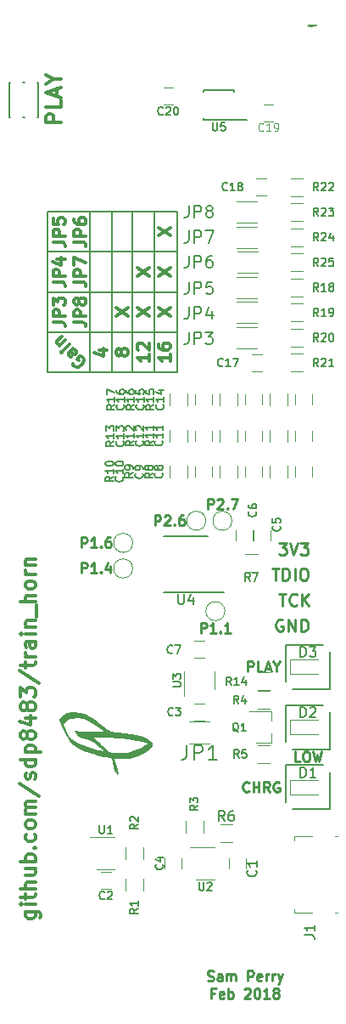
<source format=gbr>
G04 #@! TF.FileFunction,Legend,Top*
%FSLAX46Y46*%
G04 Gerber Fmt 4.6, Leading zero omitted, Abs format (unit mm)*
G04 Created by KiCad (PCBNEW 4.0.7) date 02/20/18 20:02:19*
%MOMM*%
%LPD*%
G01*
G04 APERTURE LIST*
%ADD10C,0.100000*%
%ADD11C,0.250000*%
%ADD12C,0.300000*%
%ADD13C,0.200000*%
%ADD14C,0.150000*%
%ADD15C,0.120000*%
%ADD16C,0.010000*%
%ADD17C,0.050000*%
G04 APERTURE END LIST*
D10*
D11*
X231185714Y-158329762D02*
X231328571Y-158377381D01*
X231566667Y-158377381D01*
X231661905Y-158329762D01*
X231709524Y-158282143D01*
X231757143Y-158186905D01*
X231757143Y-158091667D01*
X231709524Y-157996429D01*
X231661905Y-157948810D01*
X231566667Y-157901190D01*
X231376190Y-157853571D01*
X231280952Y-157805952D01*
X231233333Y-157758333D01*
X231185714Y-157663095D01*
X231185714Y-157567857D01*
X231233333Y-157472619D01*
X231280952Y-157425000D01*
X231376190Y-157377381D01*
X231614286Y-157377381D01*
X231757143Y-157425000D01*
X232614286Y-158377381D02*
X232614286Y-157853571D01*
X232566667Y-157758333D01*
X232471429Y-157710714D01*
X232280952Y-157710714D01*
X232185714Y-157758333D01*
X232614286Y-158329762D02*
X232519048Y-158377381D01*
X232280952Y-158377381D01*
X232185714Y-158329762D01*
X232138095Y-158234524D01*
X232138095Y-158139286D01*
X232185714Y-158044048D01*
X232280952Y-157996429D01*
X232519048Y-157996429D01*
X232614286Y-157948810D01*
X233090476Y-158377381D02*
X233090476Y-157710714D01*
X233090476Y-157805952D02*
X233138095Y-157758333D01*
X233233333Y-157710714D01*
X233376191Y-157710714D01*
X233471429Y-157758333D01*
X233519048Y-157853571D01*
X233519048Y-158377381D01*
X233519048Y-157853571D02*
X233566667Y-157758333D01*
X233661905Y-157710714D01*
X233804762Y-157710714D01*
X233900000Y-157758333D01*
X233947619Y-157853571D01*
X233947619Y-158377381D01*
X235185714Y-158377381D02*
X235185714Y-157377381D01*
X235566667Y-157377381D01*
X235661905Y-157425000D01*
X235709524Y-157472619D01*
X235757143Y-157567857D01*
X235757143Y-157710714D01*
X235709524Y-157805952D01*
X235661905Y-157853571D01*
X235566667Y-157901190D01*
X235185714Y-157901190D01*
X236566667Y-158329762D02*
X236471429Y-158377381D01*
X236280952Y-158377381D01*
X236185714Y-158329762D01*
X236138095Y-158234524D01*
X236138095Y-157853571D01*
X236185714Y-157758333D01*
X236280952Y-157710714D01*
X236471429Y-157710714D01*
X236566667Y-157758333D01*
X236614286Y-157853571D01*
X236614286Y-157948810D01*
X236138095Y-158044048D01*
X237042857Y-158377381D02*
X237042857Y-157710714D01*
X237042857Y-157901190D02*
X237090476Y-157805952D01*
X237138095Y-157758333D01*
X237233333Y-157710714D01*
X237328572Y-157710714D01*
X237661905Y-158377381D02*
X237661905Y-157710714D01*
X237661905Y-157901190D02*
X237709524Y-157805952D01*
X237757143Y-157758333D01*
X237852381Y-157710714D01*
X237947620Y-157710714D01*
X238185715Y-157710714D02*
X238423810Y-158377381D01*
X238661906Y-157710714D02*
X238423810Y-158377381D01*
X238328572Y-158615476D01*
X238280953Y-158663095D01*
X238185715Y-158710714D01*
X231876191Y-159603571D02*
X231542857Y-159603571D01*
X231542857Y-160127381D02*
X231542857Y-159127381D01*
X232019048Y-159127381D01*
X232780953Y-160079762D02*
X232685715Y-160127381D01*
X232495238Y-160127381D01*
X232400000Y-160079762D01*
X232352381Y-159984524D01*
X232352381Y-159603571D01*
X232400000Y-159508333D01*
X232495238Y-159460714D01*
X232685715Y-159460714D01*
X232780953Y-159508333D01*
X232828572Y-159603571D01*
X232828572Y-159698810D01*
X232352381Y-159794048D01*
X233257143Y-160127381D02*
X233257143Y-159127381D01*
X233257143Y-159508333D02*
X233352381Y-159460714D01*
X233542858Y-159460714D01*
X233638096Y-159508333D01*
X233685715Y-159555952D01*
X233733334Y-159651190D01*
X233733334Y-159936905D01*
X233685715Y-160032143D01*
X233638096Y-160079762D01*
X233542858Y-160127381D01*
X233352381Y-160127381D01*
X233257143Y-160079762D01*
X234876191Y-159222619D02*
X234923810Y-159175000D01*
X235019048Y-159127381D01*
X235257144Y-159127381D01*
X235352382Y-159175000D01*
X235400001Y-159222619D01*
X235447620Y-159317857D01*
X235447620Y-159413095D01*
X235400001Y-159555952D01*
X234828572Y-160127381D01*
X235447620Y-160127381D01*
X236066667Y-159127381D02*
X236161906Y-159127381D01*
X236257144Y-159175000D01*
X236304763Y-159222619D01*
X236352382Y-159317857D01*
X236400001Y-159508333D01*
X236400001Y-159746429D01*
X236352382Y-159936905D01*
X236304763Y-160032143D01*
X236257144Y-160079762D01*
X236161906Y-160127381D01*
X236066667Y-160127381D01*
X235971429Y-160079762D01*
X235923810Y-160032143D01*
X235876191Y-159936905D01*
X235828572Y-159746429D01*
X235828572Y-159508333D01*
X235876191Y-159317857D01*
X235923810Y-159222619D01*
X235971429Y-159175000D01*
X236066667Y-159127381D01*
X237352382Y-160127381D02*
X236780953Y-160127381D01*
X237066667Y-160127381D02*
X237066667Y-159127381D01*
X236971429Y-159270238D01*
X236876191Y-159365476D01*
X236780953Y-159413095D01*
X237923810Y-159555952D02*
X237828572Y-159508333D01*
X237780953Y-159460714D01*
X237733334Y-159365476D01*
X237733334Y-159317857D01*
X237780953Y-159222619D01*
X237828572Y-159175000D01*
X237923810Y-159127381D01*
X238114287Y-159127381D01*
X238209525Y-159175000D01*
X238257144Y-159222619D01*
X238304763Y-159317857D01*
X238304763Y-159365476D01*
X238257144Y-159460714D01*
X238209525Y-159508333D01*
X238114287Y-159555952D01*
X237923810Y-159555952D01*
X237828572Y-159603571D01*
X237780953Y-159651190D01*
X237733334Y-159746429D01*
X237733334Y-159936905D01*
X237780953Y-160032143D01*
X237828572Y-160079762D01*
X237923810Y-160127381D01*
X238114287Y-160127381D01*
X238209525Y-160079762D01*
X238257144Y-160032143D01*
X238304763Y-159936905D01*
X238304763Y-159746429D01*
X238257144Y-159651190D01*
X238209525Y-159603571D01*
X238114287Y-159555952D01*
D12*
X212978571Y-151475000D02*
X214192857Y-151475000D01*
X214335714Y-151546429D01*
X214407143Y-151617857D01*
X214478571Y-151760714D01*
X214478571Y-151975000D01*
X214407143Y-152117857D01*
X213907143Y-151475000D02*
X213978571Y-151617857D01*
X213978571Y-151903571D01*
X213907143Y-152046429D01*
X213835714Y-152117857D01*
X213692857Y-152189286D01*
X213264286Y-152189286D01*
X213121429Y-152117857D01*
X213050000Y-152046429D01*
X212978571Y-151903571D01*
X212978571Y-151617857D01*
X213050000Y-151475000D01*
X213978571Y-150760714D02*
X212978571Y-150760714D01*
X212478571Y-150760714D02*
X212550000Y-150832143D01*
X212621429Y-150760714D01*
X212550000Y-150689286D01*
X212478571Y-150760714D01*
X212621429Y-150760714D01*
X212978571Y-150260714D02*
X212978571Y-149689285D01*
X212478571Y-150046428D02*
X213764286Y-150046428D01*
X213907143Y-149975000D01*
X213978571Y-149832142D01*
X213978571Y-149689285D01*
X213978571Y-149189285D02*
X212478571Y-149189285D01*
X213978571Y-148546428D02*
X213192857Y-148546428D01*
X213050000Y-148617857D01*
X212978571Y-148760714D01*
X212978571Y-148974999D01*
X213050000Y-149117857D01*
X213121429Y-149189285D01*
X212978571Y-147189285D02*
X213978571Y-147189285D01*
X212978571Y-147832142D02*
X213764286Y-147832142D01*
X213907143Y-147760714D01*
X213978571Y-147617856D01*
X213978571Y-147403571D01*
X213907143Y-147260714D01*
X213835714Y-147189285D01*
X213978571Y-146474999D02*
X212478571Y-146474999D01*
X213050000Y-146474999D02*
X212978571Y-146332142D01*
X212978571Y-146046428D01*
X213050000Y-145903571D01*
X213121429Y-145832142D01*
X213264286Y-145760713D01*
X213692857Y-145760713D01*
X213835714Y-145832142D01*
X213907143Y-145903571D01*
X213978571Y-146046428D01*
X213978571Y-146332142D01*
X213907143Y-146474999D01*
X213835714Y-145117856D02*
X213907143Y-145046428D01*
X213978571Y-145117856D01*
X213907143Y-145189285D01*
X213835714Y-145117856D01*
X213978571Y-145117856D01*
X213907143Y-143760713D02*
X213978571Y-143903570D01*
X213978571Y-144189284D01*
X213907143Y-144332142D01*
X213835714Y-144403570D01*
X213692857Y-144474999D01*
X213264286Y-144474999D01*
X213121429Y-144403570D01*
X213050000Y-144332142D01*
X212978571Y-144189284D01*
X212978571Y-143903570D01*
X213050000Y-143760713D01*
X213978571Y-142903570D02*
X213907143Y-143046428D01*
X213835714Y-143117856D01*
X213692857Y-143189285D01*
X213264286Y-143189285D01*
X213121429Y-143117856D01*
X213050000Y-143046428D01*
X212978571Y-142903570D01*
X212978571Y-142689285D01*
X213050000Y-142546428D01*
X213121429Y-142474999D01*
X213264286Y-142403570D01*
X213692857Y-142403570D01*
X213835714Y-142474999D01*
X213907143Y-142546428D01*
X213978571Y-142689285D01*
X213978571Y-142903570D01*
X213978571Y-141760713D02*
X212978571Y-141760713D01*
X213121429Y-141760713D02*
X213050000Y-141689285D01*
X212978571Y-141546427D01*
X212978571Y-141332142D01*
X213050000Y-141189285D01*
X213192857Y-141117856D01*
X213978571Y-141117856D01*
X213192857Y-141117856D02*
X213050000Y-141046427D01*
X212978571Y-140903570D01*
X212978571Y-140689285D01*
X213050000Y-140546427D01*
X213192857Y-140474999D01*
X213978571Y-140474999D01*
X212407143Y-138689285D02*
X214335714Y-139974999D01*
X213907143Y-138260713D02*
X213978571Y-138117856D01*
X213978571Y-137832141D01*
X213907143Y-137689284D01*
X213764286Y-137617856D01*
X213692857Y-137617856D01*
X213550000Y-137689284D01*
X213478571Y-137832141D01*
X213478571Y-138046427D01*
X213407143Y-138189284D01*
X213264286Y-138260713D01*
X213192857Y-138260713D01*
X213050000Y-138189284D01*
X212978571Y-138046427D01*
X212978571Y-137832141D01*
X213050000Y-137689284D01*
X213978571Y-136332141D02*
X212478571Y-136332141D01*
X213907143Y-136332141D02*
X213978571Y-136474998D01*
X213978571Y-136760712D01*
X213907143Y-136903570D01*
X213835714Y-136974998D01*
X213692857Y-137046427D01*
X213264286Y-137046427D01*
X213121429Y-136974998D01*
X213050000Y-136903570D01*
X212978571Y-136760712D01*
X212978571Y-136474998D01*
X213050000Y-136332141D01*
X212978571Y-135617855D02*
X214478571Y-135617855D01*
X213050000Y-135617855D02*
X212978571Y-135474998D01*
X212978571Y-135189284D01*
X213050000Y-135046427D01*
X213121429Y-134974998D01*
X213264286Y-134903569D01*
X213692857Y-134903569D01*
X213835714Y-134974998D01*
X213907143Y-135046427D01*
X213978571Y-135189284D01*
X213978571Y-135474998D01*
X213907143Y-135617855D01*
X213121429Y-134046426D02*
X213050000Y-134189284D01*
X212978571Y-134260712D01*
X212835714Y-134332141D01*
X212764286Y-134332141D01*
X212621429Y-134260712D01*
X212550000Y-134189284D01*
X212478571Y-134046426D01*
X212478571Y-133760712D01*
X212550000Y-133617855D01*
X212621429Y-133546426D01*
X212764286Y-133474998D01*
X212835714Y-133474998D01*
X212978571Y-133546426D01*
X213050000Y-133617855D01*
X213121429Y-133760712D01*
X213121429Y-134046426D01*
X213192857Y-134189284D01*
X213264286Y-134260712D01*
X213407143Y-134332141D01*
X213692857Y-134332141D01*
X213835714Y-134260712D01*
X213907143Y-134189284D01*
X213978571Y-134046426D01*
X213978571Y-133760712D01*
X213907143Y-133617855D01*
X213835714Y-133546426D01*
X213692857Y-133474998D01*
X213407143Y-133474998D01*
X213264286Y-133546426D01*
X213192857Y-133617855D01*
X213121429Y-133760712D01*
X212978571Y-132189284D02*
X213978571Y-132189284D01*
X212407143Y-132546427D02*
X213478571Y-132903570D01*
X213478571Y-131974998D01*
X213121429Y-131189284D02*
X213050000Y-131332142D01*
X212978571Y-131403570D01*
X212835714Y-131474999D01*
X212764286Y-131474999D01*
X212621429Y-131403570D01*
X212550000Y-131332142D01*
X212478571Y-131189284D01*
X212478571Y-130903570D01*
X212550000Y-130760713D01*
X212621429Y-130689284D01*
X212764286Y-130617856D01*
X212835714Y-130617856D01*
X212978571Y-130689284D01*
X213050000Y-130760713D01*
X213121429Y-130903570D01*
X213121429Y-131189284D01*
X213192857Y-131332142D01*
X213264286Y-131403570D01*
X213407143Y-131474999D01*
X213692857Y-131474999D01*
X213835714Y-131403570D01*
X213907143Y-131332142D01*
X213978571Y-131189284D01*
X213978571Y-130903570D01*
X213907143Y-130760713D01*
X213835714Y-130689284D01*
X213692857Y-130617856D01*
X213407143Y-130617856D01*
X213264286Y-130689284D01*
X213192857Y-130760713D01*
X213121429Y-130903570D01*
X212478571Y-130117856D02*
X212478571Y-129189285D01*
X213050000Y-129689285D01*
X213050000Y-129474999D01*
X213121429Y-129332142D01*
X213192857Y-129260713D01*
X213335714Y-129189285D01*
X213692857Y-129189285D01*
X213835714Y-129260713D01*
X213907143Y-129332142D01*
X213978571Y-129474999D01*
X213978571Y-129903571D01*
X213907143Y-130046428D01*
X213835714Y-130117856D01*
X212407143Y-127475000D02*
X214335714Y-128760714D01*
X212978571Y-127189285D02*
X212978571Y-126617856D01*
X212478571Y-126974999D02*
X213764286Y-126974999D01*
X213907143Y-126903571D01*
X213978571Y-126760713D01*
X213978571Y-126617856D01*
X213978571Y-126117856D02*
X212978571Y-126117856D01*
X213264286Y-126117856D02*
X213121429Y-126046428D01*
X213050000Y-125974999D01*
X212978571Y-125832142D01*
X212978571Y-125689285D01*
X213978571Y-124546428D02*
X213192857Y-124546428D01*
X213050000Y-124617857D01*
X212978571Y-124760714D01*
X212978571Y-125046428D01*
X213050000Y-125189285D01*
X213907143Y-124546428D02*
X213978571Y-124689285D01*
X213978571Y-125046428D01*
X213907143Y-125189285D01*
X213764286Y-125260714D01*
X213621429Y-125260714D01*
X213478571Y-125189285D01*
X213407143Y-125046428D01*
X213407143Y-124689285D01*
X213335714Y-124546428D01*
X213978571Y-123832142D02*
X212978571Y-123832142D01*
X212478571Y-123832142D02*
X212550000Y-123903571D01*
X212621429Y-123832142D01*
X212550000Y-123760714D01*
X212478571Y-123832142D01*
X212621429Y-123832142D01*
X212978571Y-123117856D02*
X213978571Y-123117856D01*
X213121429Y-123117856D02*
X213050000Y-123046428D01*
X212978571Y-122903570D01*
X212978571Y-122689285D01*
X213050000Y-122546428D01*
X213192857Y-122474999D01*
X213978571Y-122474999D01*
X214121429Y-122117856D02*
X214121429Y-120974999D01*
X213978571Y-120617856D02*
X212478571Y-120617856D01*
X213978571Y-119974999D02*
X213192857Y-119974999D01*
X213050000Y-120046428D01*
X212978571Y-120189285D01*
X212978571Y-120403570D01*
X213050000Y-120546428D01*
X213121429Y-120617856D01*
X213978571Y-119046427D02*
X213907143Y-119189285D01*
X213835714Y-119260713D01*
X213692857Y-119332142D01*
X213264286Y-119332142D01*
X213121429Y-119260713D01*
X213050000Y-119189285D01*
X212978571Y-119046427D01*
X212978571Y-118832142D01*
X213050000Y-118689285D01*
X213121429Y-118617856D01*
X213264286Y-118546427D01*
X213692857Y-118546427D01*
X213835714Y-118617856D01*
X213907143Y-118689285D01*
X213978571Y-118832142D01*
X213978571Y-119046427D01*
X213978571Y-117903570D02*
X212978571Y-117903570D01*
X213264286Y-117903570D02*
X213121429Y-117832142D01*
X213050000Y-117760713D01*
X212978571Y-117617856D01*
X212978571Y-117474999D01*
X212978571Y-116974999D02*
X213978571Y-116974999D01*
X213121429Y-116974999D02*
X213050000Y-116903571D01*
X212978571Y-116760713D01*
X212978571Y-116546428D01*
X213050000Y-116403571D01*
X213192857Y-116332142D01*
X213978571Y-116332142D01*
D11*
X240414286Y-136527381D02*
X239938095Y-136527381D01*
X239938095Y-135527381D01*
X240938095Y-135527381D02*
X241128572Y-135527381D01*
X241223810Y-135575000D01*
X241319048Y-135670238D01*
X241366667Y-135860714D01*
X241366667Y-136194048D01*
X241319048Y-136384524D01*
X241223810Y-136479762D01*
X241128572Y-136527381D01*
X240938095Y-136527381D01*
X240842857Y-136479762D01*
X240747619Y-136384524D01*
X240700000Y-136194048D01*
X240700000Y-135860714D01*
X240747619Y-135670238D01*
X240842857Y-135575000D01*
X240938095Y-135527381D01*
X241700000Y-135527381D02*
X241938095Y-136527381D01*
X242128572Y-135813095D01*
X242319048Y-136527381D01*
X242557143Y-135527381D01*
X235176190Y-127552381D02*
X235176190Y-126552381D01*
X235557143Y-126552381D01*
X235652381Y-126600000D01*
X235700000Y-126647619D01*
X235747619Y-126742857D01*
X235747619Y-126885714D01*
X235700000Y-126980952D01*
X235652381Y-127028571D01*
X235557143Y-127076190D01*
X235176190Y-127076190D01*
X236652381Y-127552381D02*
X236176190Y-127552381D01*
X236176190Y-126552381D01*
X236938095Y-127266667D02*
X237414286Y-127266667D01*
X236842857Y-127552381D02*
X237176190Y-126552381D01*
X237509524Y-127552381D01*
X238033333Y-127076190D02*
X238033333Y-127552381D01*
X237700000Y-126552381D02*
X238033333Y-127076190D01*
X238366667Y-126552381D01*
X235310715Y-139457143D02*
X235263096Y-139504762D01*
X235120239Y-139552381D01*
X235025001Y-139552381D01*
X234882143Y-139504762D01*
X234786905Y-139409524D01*
X234739286Y-139314286D01*
X234691667Y-139123810D01*
X234691667Y-138980952D01*
X234739286Y-138790476D01*
X234786905Y-138695238D01*
X234882143Y-138600000D01*
X235025001Y-138552381D01*
X235120239Y-138552381D01*
X235263096Y-138600000D01*
X235310715Y-138647619D01*
X235739286Y-139552381D02*
X235739286Y-138552381D01*
X235739286Y-139028571D02*
X236310715Y-139028571D01*
X236310715Y-139552381D02*
X236310715Y-138552381D01*
X237358334Y-139552381D02*
X237025000Y-139076190D01*
X236786905Y-139552381D02*
X236786905Y-138552381D01*
X237167858Y-138552381D01*
X237263096Y-138600000D01*
X237310715Y-138647619D01*
X237358334Y-138742857D01*
X237358334Y-138885714D01*
X237310715Y-138980952D01*
X237263096Y-139028571D01*
X237167858Y-139076190D01*
X236786905Y-139076190D01*
X238310715Y-138600000D02*
X238215477Y-138552381D01*
X238072620Y-138552381D01*
X237929762Y-138600000D01*
X237834524Y-138695238D01*
X237786905Y-138790476D01*
X237739286Y-138980952D01*
X237739286Y-139123810D01*
X237786905Y-139314286D01*
X237834524Y-139409524D01*
X237929762Y-139504762D01*
X238072620Y-139552381D01*
X238167858Y-139552381D01*
X238310715Y-139504762D01*
X238358334Y-139457143D01*
X238358334Y-139123810D01*
X238167858Y-139123810D01*
X230497619Y-123702381D02*
X230497619Y-122702381D01*
X230878572Y-122702381D01*
X230973810Y-122750000D01*
X231021429Y-122797619D01*
X231069048Y-122892857D01*
X231069048Y-123035714D01*
X231021429Y-123130952D01*
X230973810Y-123178571D01*
X230878572Y-123226190D01*
X230497619Y-123226190D01*
X232021429Y-123702381D02*
X231450000Y-123702381D01*
X231735714Y-123702381D02*
X231735714Y-122702381D01*
X231640476Y-122845238D01*
X231545238Y-122940476D01*
X231450000Y-122988095D01*
X232450000Y-123607143D02*
X232497619Y-123654762D01*
X232450000Y-123702381D01*
X232402381Y-123654762D01*
X232450000Y-123607143D01*
X232450000Y-123702381D01*
X233450000Y-123702381D02*
X232878571Y-123702381D01*
X233164285Y-123702381D02*
X233164285Y-122702381D01*
X233069047Y-122845238D01*
X232973809Y-122940476D01*
X232878571Y-122988095D01*
X218572619Y-117727381D02*
X218572619Y-116727381D01*
X218953572Y-116727381D01*
X219048810Y-116775000D01*
X219096429Y-116822619D01*
X219144048Y-116917857D01*
X219144048Y-117060714D01*
X219096429Y-117155952D01*
X219048810Y-117203571D01*
X218953572Y-117251190D01*
X218572619Y-117251190D01*
X220096429Y-117727381D02*
X219525000Y-117727381D01*
X219810714Y-117727381D02*
X219810714Y-116727381D01*
X219715476Y-116870238D01*
X219620238Y-116965476D01*
X219525000Y-117013095D01*
X220525000Y-117632143D02*
X220572619Y-117679762D01*
X220525000Y-117727381D01*
X220477381Y-117679762D01*
X220525000Y-117632143D01*
X220525000Y-117727381D01*
X221429762Y-117060714D02*
X221429762Y-117727381D01*
X221191666Y-116679762D02*
X220953571Y-117394048D01*
X221572619Y-117394048D01*
X218572619Y-115202381D02*
X218572619Y-114202381D01*
X218953572Y-114202381D01*
X219048810Y-114250000D01*
X219096429Y-114297619D01*
X219144048Y-114392857D01*
X219144048Y-114535714D01*
X219096429Y-114630952D01*
X219048810Y-114678571D01*
X218953572Y-114726190D01*
X218572619Y-114726190D01*
X220096429Y-115202381D02*
X219525000Y-115202381D01*
X219810714Y-115202381D02*
X219810714Y-114202381D01*
X219715476Y-114345238D01*
X219620238Y-114440476D01*
X219525000Y-114488095D01*
X220525000Y-115107143D02*
X220572619Y-115154762D01*
X220525000Y-115202381D01*
X220477381Y-115154762D01*
X220525000Y-115107143D01*
X220525000Y-115202381D01*
X221429762Y-114202381D02*
X221239285Y-114202381D01*
X221144047Y-114250000D01*
X221096428Y-114297619D01*
X221001190Y-114440476D01*
X220953571Y-114630952D01*
X220953571Y-115011905D01*
X221001190Y-115107143D01*
X221048809Y-115154762D01*
X221144047Y-115202381D01*
X221334524Y-115202381D01*
X221429762Y-115154762D01*
X221477381Y-115107143D01*
X221525000Y-115011905D01*
X221525000Y-114773810D01*
X221477381Y-114678571D01*
X221429762Y-114630952D01*
X221334524Y-114583333D01*
X221144047Y-114583333D01*
X221048809Y-114630952D01*
X221001190Y-114678571D01*
X220953571Y-114773810D01*
D13*
X228150000Y-81750000D02*
X228150000Y-97750000D01*
X225850000Y-97750000D02*
X225850000Y-81750000D01*
X223650000Y-81750000D02*
X223650000Y-97750000D01*
X221650000Y-97750000D02*
X221650000Y-81750000D01*
X219450000Y-81750000D02*
X219450000Y-97750000D01*
X215150000Y-97750000D02*
X215150000Y-81750000D01*
D12*
X217723248Y-96921776D02*
X217763654Y-97042995D01*
X217884873Y-97164214D01*
X218046497Y-97245025D01*
X218208122Y-97245025D01*
X218329340Y-97204620D01*
X218531371Y-97083401D01*
X218652589Y-96962183D01*
X218773807Y-96760152D01*
X218814214Y-96638934D01*
X218814213Y-96477310D01*
X218733401Y-96315685D01*
X218652589Y-96234873D01*
X218490964Y-96154061D01*
X218410152Y-96154061D01*
X218127309Y-96436903D01*
X218288934Y-96598528D01*
X217763654Y-95345939D02*
X217319188Y-95790405D01*
X217278781Y-95911624D01*
X217319188Y-96032843D01*
X217480812Y-96194467D01*
X217602030Y-96234873D01*
X217723248Y-95386345D02*
X217844467Y-95426751D01*
X218046497Y-95628781D01*
X218086903Y-95750000D01*
X218046498Y-95871218D01*
X217965685Y-95952030D01*
X217844467Y-95992437D01*
X217723248Y-95952030D01*
X217521218Y-95750000D01*
X217399999Y-95709594D01*
X217359594Y-94941878D02*
X216793908Y-95507563D01*
X216511066Y-95790406D02*
X216591878Y-95790406D01*
X216591878Y-95709594D01*
X216511066Y-95709594D01*
X216511066Y-95790406D01*
X216591878Y-95709594D01*
X216389847Y-95103502D02*
X216955532Y-94537817D01*
X216470659Y-95022690D02*
X216389847Y-95022690D01*
X216268628Y-94982284D01*
X216147411Y-94861066D01*
X216107004Y-94739847D01*
X216147411Y-94618628D01*
X216591877Y-94174162D01*
D13*
X228150000Y-81750000D02*
X228150000Y-85750000D01*
X219650000Y-81750000D02*
X228150000Y-81750000D01*
X228150000Y-85750000D02*
X228150000Y-89750000D01*
X215150000Y-85750000D02*
X228150000Y-85750000D01*
X228150000Y-89750000D02*
X228150000Y-93750000D01*
X215150000Y-89750000D02*
X228150000Y-89750000D01*
X228150000Y-97750000D02*
X219650000Y-97750000D01*
X215150000Y-93750000D02*
X228150000Y-93750000D01*
X219650000Y-97750000D02*
X215150000Y-97750000D01*
X215150000Y-81750000D02*
X219650000Y-81750000D01*
D12*
X215742857Y-84750000D02*
X216600000Y-84750000D01*
X216771429Y-84807142D01*
X216885714Y-84921428D01*
X216942857Y-85092857D01*
X216942857Y-85207142D01*
X216942857Y-84178571D02*
X215742857Y-84178571D01*
X215742857Y-83721428D01*
X215800000Y-83607142D01*
X215857143Y-83549999D01*
X215971429Y-83492856D01*
X216142857Y-83492856D01*
X216257143Y-83549999D01*
X216314286Y-83607142D01*
X216371429Y-83721428D01*
X216371429Y-84178571D01*
X215742857Y-82407142D02*
X215742857Y-82978571D01*
X216314286Y-83035714D01*
X216257143Y-82978571D01*
X216200000Y-82864285D01*
X216200000Y-82578571D01*
X216257143Y-82464285D01*
X216314286Y-82407142D01*
X216428571Y-82349999D01*
X216714286Y-82349999D01*
X216828571Y-82407142D01*
X216885714Y-82464285D01*
X216942857Y-82578571D01*
X216942857Y-82864285D01*
X216885714Y-82978571D01*
X216828571Y-83035714D01*
X217842857Y-84750000D02*
X218700000Y-84750000D01*
X218871429Y-84807142D01*
X218985714Y-84921428D01*
X219042857Y-85092857D01*
X219042857Y-85207142D01*
X219042857Y-84178571D02*
X217842857Y-84178571D01*
X217842857Y-83721428D01*
X217900000Y-83607142D01*
X217957143Y-83549999D01*
X218071429Y-83492856D01*
X218242857Y-83492856D01*
X218357143Y-83549999D01*
X218414286Y-83607142D01*
X218471429Y-83721428D01*
X218471429Y-84178571D01*
X217842857Y-82464285D02*
X217842857Y-82692856D01*
X217900000Y-82807142D01*
X217957143Y-82864285D01*
X218128571Y-82978571D01*
X218357143Y-83035714D01*
X218814286Y-83035714D01*
X218928571Y-82978571D01*
X218985714Y-82921428D01*
X219042857Y-82807142D01*
X219042857Y-82578571D01*
X218985714Y-82464285D01*
X218928571Y-82407142D01*
X218814286Y-82349999D01*
X218528571Y-82349999D01*
X218414286Y-82407142D01*
X218357143Y-82464285D01*
X218300000Y-82578571D01*
X218300000Y-82807142D01*
X218357143Y-82921428D01*
X218414286Y-82978571D01*
X218528571Y-83035714D01*
X226242857Y-84149999D02*
X227442857Y-83349999D01*
X226242857Y-83349999D02*
X227442857Y-84149999D01*
X215742857Y-88750000D02*
X216600000Y-88750000D01*
X216771429Y-88807142D01*
X216885714Y-88921428D01*
X216942857Y-89092857D01*
X216942857Y-89207142D01*
X216942857Y-88178571D02*
X215742857Y-88178571D01*
X215742857Y-87721428D01*
X215800000Y-87607142D01*
X215857143Y-87549999D01*
X215971429Y-87492856D01*
X216142857Y-87492856D01*
X216257143Y-87549999D01*
X216314286Y-87607142D01*
X216371429Y-87721428D01*
X216371429Y-88178571D01*
X216142857Y-86464285D02*
X216942857Y-86464285D01*
X215685714Y-86749999D02*
X216542857Y-87035714D01*
X216542857Y-86292856D01*
X217842857Y-88750000D02*
X218700000Y-88750000D01*
X218871429Y-88807142D01*
X218985714Y-88921428D01*
X219042857Y-89092857D01*
X219042857Y-89207142D01*
X219042857Y-88178571D02*
X217842857Y-88178571D01*
X217842857Y-87721428D01*
X217900000Y-87607142D01*
X217957143Y-87549999D01*
X218071429Y-87492856D01*
X218242857Y-87492856D01*
X218357143Y-87549999D01*
X218414286Y-87607142D01*
X218471429Y-87721428D01*
X218471429Y-88178571D01*
X217842857Y-87092856D02*
X217842857Y-86292856D01*
X219042857Y-86807142D01*
X224142857Y-88149999D02*
X225342857Y-87349999D01*
X224142857Y-87349999D02*
X225342857Y-88149999D01*
X226242857Y-88149999D02*
X227442857Y-87349999D01*
X226242857Y-87349999D02*
X227442857Y-88149999D01*
X215742857Y-92750000D02*
X216600000Y-92750000D01*
X216771429Y-92807142D01*
X216885714Y-92921428D01*
X216942857Y-93092857D01*
X216942857Y-93207142D01*
X216942857Y-92178571D02*
X215742857Y-92178571D01*
X215742857Y-91721428D01*
X215800000Y-91607142D01*
X215857143Y-91549999D01*
X215971429Y-91492856D01*
X216142857Y-91492856D01*
X216257143Y-91549999D01*
X216314286Y-91607142D01*
X216371429Y-91721428D01*
X216371429Y-92178571D01*
X215742857Y-91092856D02*
X215742857Y-90349999D01*
X216200000Y-90749999D01*
X216200000Y-90578571D01*
X216257143Y-90464285D01*
X216314286Y-90407142D01*
X216428571Y-90349999D01*
X216714286Y-90349999D01*
X216828571Y-90407142D01*
X216885714Y-90464285D01*
X216942857Y-90578571D01*
X216942857Y-90921428D01*
X216885714Y-91035714D01*
X216828571Y-91092856D01*
X217842857Y-92750000D02*
X218700000Y-92750000D01*
X218871429Y-92807142D01*
X218985714Y-92921428D01*
X219042857Y-93092857D01*
X219042857Y-93207142D01*
X219042857Y-92178571D02*
X217842857Y-92178571D01*
X217842857Y-91721428D01*
X217900000Y-91607142D01*
X217957143Y-91549999D01*
X218071429Y-91492856D01*
X218242857Y-91492856D01*
X218357143Y-91549999D01*
X218414286Y-91607142D01*
X218471429Y-91721428D01*
X218471429Y-92178571D01*
X218357143Y-90807142D02*
X218300000Y-90921428D01*
X218242857Y-90978571D01*
X218128571Y-91035714D01*
X218071429Y-91035714D01*
X217957143Y-90978571D01*
X217900000Y-90921428D01*
X217842857Y-90807142D01*
X217842857Y-90578571D01*
X217900000Y-90464285D01*
X217957143Y-90407142D01*
X218071429Y-90349999D01*
X218128571Y-90349999D01*
X218242857Y-90407142D01*
X218300000Y-90464285D01*
X218357143Y-90578571D01*
X218357143Y-90807142D01*
X218414286Y-90921428D01*
X218471429Y-90978571D01*
X218585714Y-91035714D01*
X218814286Y-91035714D01*
X218928571Y-90978571D01*
X218985714Y-90921428D01*
X219042857Y-90807142D01*
X219042857Y-90578571D01*
X218985714Y-90464285D01*
X218928571Y-90407142D01*
X218814286Y-90349999D01*
X218585714Y-90349999D01*
X218471429Y-90407142D01*
X218414286Y-90464285D01*
X218357143Y-90578571D01*
X222042857Y-92149999D02*
X223242857Y-91349999D01*
X222042857Y-91349999D02*
X223242857Y-92149999D01*
X224142857Y-92149999D02*
X225342857Y-91349999D01*
X224142857Y-91349999D02*
X225342857Y-92149999D01*
X226242857Y-92149999D02*
X227442857Y-91349999D01*
X226242857Y-91349999D02*
X227442857Y-92149999D01*
X220342857Y-95521428D02*
X221142857Y-95521428D01*
X219885714Y-95807142D02*
X220742857Y-96092857D01*
X220742857Y-95349999D01*
X222557143Y-95864285D02*
X222500000Y-95978571D01*
X222442857Y-96035714D01*
X222328571Y-96092857D01*
X222271429Y-96092857D01*
X222157143Y-96035714D01*
X222100000Y-95978571D01*
X222042857Y-95864285D01*
X222042857Y-95635714D01*
X222100000Y-95521428D01*
X222157143Y-95464285D01*
X222271429Y-95407142D01*
X222328571Y-95407142D01*
X222442857Y-95464285D01*
X222500000Y-95521428D01*
X222557143Y-95635714D01*
X222557143Y-95864285D01*
X222614286Y-95978571D01*
X222671429Y-96035714D01*
X222785714Y-96092857D01*
X223014286Y-96092857D01*
X223128571Y-96035714D01*
X223185714Y-95978571D01*
X223242857Y-95864285D01*
X223242857Y-95635714D01*
X223185714Y-95521428D01*
X223128571Y-95464285D01*
X223014286Y-95407142D01*
X222785714Y-95407142D01*
X222671429Y-95464285D01*
X222614286Y-95521428D01*
X222557143Y-95635714D01*
X225342857Y-95978571D02*
X225342857Y-96664286D01*
X225342857Y-96321428D02*
X224142857Y-96321428D01*
X224314286Y-96435714D01*
X224428571Y-96550000D01*
X224485714Y-96664286D01*
X224257143Y-95521429D02*
X224200000Y-95464286D01*
X224142857Y-95350000D01*
X224142857Y-95064286D01*
X224200000Y-94950000D01*
X224257143Y-94892857D01*
X224371429Y-94835714D01*
X224485714Y-94835714D01*
X224657143Y-94892857D01*
X225342857Y-95578571D01*
X225342857Y-94835714D01*
X227442857Y-95978571D02*
X227442857Y-96664286D01*
X227442857Y-96321428D02*
X226242857Y-96321428D01*
X226414286Y-96435714D01*
X226528571Y-96550000D01*
X226585714Y-96664286D01*
X226242857Y-94950000D02*
X226242857Y-95178571D01*
X226300000Y-95292857D01*
X226357143Y-95350000D01*
X226528571Y-95464286D01*
X226757143Y-95521429D01*
X227214286Y-95521429D01*
X227328571Y-95464286D01*
X227385714Y-95407143D01*
X227442857Y-95292857D01*
X227442857Y-95064286D01*
X227385714Y-94950000D01*
X227328571Y-94892857D01*
X227214286Y-94835714D01*
X226928571Y-94835714D01*
X226814286Y-94892857D01*
X226757143Y-94950000D01*
X226700000Y-95064286D01*
X226700000Y-95292857D01*
X226757143Y-95407143D01*
X226814286Y-95464286D01*
X226928571Y-95521429D01*
X216528571Y-72860714D02*
X215028571Y-72860714D01*
X215028571Y-72289286D01*
X215100000Y-72146428D01*
X215171429Y-72075000D01*
X215314286Y-72003571D01*
X215528571Y-72003571D01*
X215671429Y-72075000D01*
X215742857Y-72146428D01*
X215814286Y-72289286D01*
X215814286Y-72860714D01*
X216528571Y-70646428D02*
X216528571Y-71360714D01*
X215028571Y-71360714D01*
X216100000Y-70217857D02*
X216100000Y-69503571D01*
X216528571Y-70360714D02*
X215028571Y-69860714D01*
X216528571Y-69360714D01*
X215814286Y-68575000D02*
X216528571Y-68575000D01*
X215028571Y-69075000D02*
X215814286Y-68575000D01*
X215028571Y-68075000D01*
D11*
X238685715Y-122400000D02*
X238571429Y-122342857D01*
X238400000Y-122342857D01*
X238228572Y-122400000D01*
X238114286Y-122514286D01*
X238057143Y-122628571D01*
X238000000Y-122857143D01*
X238000000Y-123028571D01*
X238057143Y-123257143D01*
X238114286Y-123371429D01*
X238228572Y-123485714D01*
X238400000Y-123542857D01*
X238514286Y-123542857D01*
X238685715Y-123485714D01*
X238742858Y-123428571D01*
X238742858Y-123028571D01*
X238514286Y-123028571D01*
X239257143Y-123542857D02*
X239257143Y-122342857D01*
X239942858Y-123542857D01*
X239942858Y-122342857D01*
X240514286Y-123542857D02*
X240514286Y-122342857D01*
X240800001Y-122342857D01*
X240971429Y-122400000D01*
X241085715Y-122514286D01*
X241142858Y-122628571D01*
X241200001Y-122857143D01*
X241200001Y-123028571D01*
X241142858Y-123257143D01*
X241085715Y-123371429D01*
X240971429Y-123485714D01*
X240800001Y-123542857D01*
X240514286Y-123542857D01*
X238332143Y-119817857D02*
X239017857Y-119817857D01*
X238675000Y-121017857D02*
X238675000Y-119817857D01*
X240103572Y-120903571D02*
X240046429Y-120960714D01*
X239875000Y-121017857D01*
X239760714Y-121017857D01*
X239589286Y-120960714D01*
X239475000Y-120846429D01*
X239417857Y-120732143D01*
X239360714Y-120503571D01*
X239360714Y-120332143D01*
X239417857Y-120103571D01*
X239475000Y-119989286D01*
X239589286Y-119875000D01*
X239760714Y-119817857D01*
X239875000Y-119817857D01*
X240046429Y-119875000D01*
X240103572Y-119932143D01*
X240617857Y-121017857D02*
X240617857Y-119817857D01*
X241303572Y-121017857D02*
X240789286Y-120332143D01*
X241303572Y-119817857D02*
X240617857Y-120503571D01*
X237592857Y-117267857D02*
X238278571Y-117267857D01*
X237935714Y-118467857D02*
X237935714Y-117267857D01*
X238678571Y-118467857D02*
X238678571Y-117267857D01*
X238964286Y-117267857D01*
X239135714Y-117325000D01*
X239250000Y-117439286D01*
X239307143Y-117553571D01*
X239364286Y-117782143D01*
X239364286Y-117953571D01*
X239307143Y-118182143D01*
X239250000Y-118296429D01*
X239135714Y-118410714D01*
X238964286Y-118467857D01*
X238678571Y-118467857D01*
X239878571Y-118467857D02*
X239878571Y-117267857D01*
X240678572Y-117267857D02*
X240907143Y-117267857D01*
X241021429Y-117325000D01*
X241135715Y-117439286D01*
X241192857Y-117667857D01*
X241192857Y-118067857D01*
X241135715Y-118296429D01*
X241021429Y-118410714D01*
X240907143Y-118467857D01*
X240678572Y-118467857D01*
X240564286Y-118410714D01*
X240450000Y-118296429D01*
X240392857Y-118067857D01*
X240392857Y-117667857D01*
X240450000Y-117439286D01*
X240564286Y-117325000D01*
X240678572Y-117267857D01*
X238289287Y-114742857D02*
X239032144Y-114742857D01*
X238632144Y-115200000D01*
X238803572Y-115200000D01*
X238917858Y-115257143D01*
X238975001Y-115314286D01*
X239032144Y-115428571D01*
X239032144Y-115714286D01*
X238975001Y-115828571D01*
X238917858Y-115885714D01*
X238803572Y-115942857D01*
X238460715Y-115942857D01*
X238346429Y-115885714D01*
X238289287Y-115828571D01*
X239375001Y-114742857D02*
X239775001Y-115942857D01*
X240175001Y-114742857D01*
X240460715Y-114742857D02*
X241203572Y-114742857D01*
X240803572Y-115200000D01*
X240975000Y-115200000D01*
X241089286Y-115257143D01*
X241146429Y-115314286D01*
X241203572Y-115428571D01*
X241203572Y-115714286D01*
X241146429Y-115828571D01*
X241089286Y-115885714D01*
X240975000Y-115942857D01*
X240632143Y-115942857D01*
X240517857Y-115885714D01*
X240460715Y-115828571D01*
X231197619Y-111377381D02*
X231197619Y-110377381D01*
X231578572Y-110377381D01*
X231673810Y-110425000D01*
X231721429Y-110472619D01*
X231769048Y-110567857D01*
X231769048Y-110710714D01*
X231721429Y-110805952D01*
X231673810Y-110853571D01*
X231578572Y-110901190D01*
X231197619Y-110901190D01*
X232150000Y-110472619D02*
X232197619Y-110425000D01*
X232292857Y-110377381D01*
X232530953Y-110377381D01*
X232626191Y-110425000D01*
X232673810Y-110472619D01*
X232721429Y-110567857D01*
X232721429Y-110663095D01*
X232673810Y-110805952D01*
X232102381Y-111377381D01*
X232721429Y-111377381D01*
X233150000Y-111282143D02*
X233197619Y-111329762D01*
X233150000Y-111377381D01*
X233102381Y-111329762D01*
X233150000Y-111282143D01*
X233150000Y-111377381D01*
X233530952Y-110377381D02*
X234197619Y-110377381D01*
X233769047Y-111377381D01*
X225922619Y-113002381D02*
X225922619Y-112002381D01*
X226303572Y-112002381D01*
X226398810Y-112050000D01*
X226446429Y-112097619D01*
X226494048Y-112192857D01*
X226494048Y-112335714D01*
X226446429Y-112430952D01*
X226398810Y-112478571D01*
X226303572Y-112526190D01*
X225922619Y-112526190D01*
X226875000Y-112097619D02*
X226922619Y-112050000D01*
X227017857Y-112002381D01*
X227255953Y-112002381D01*
X227351191Y-112050000D01*
X227398810Y-112097619D01*
X227446429Y-112192857D01*
X227446429Y-112288095D01*
X227398810Y-112430952D01*
X226827381Y-113002381D01*
X227446429Y-113002381D01*
X227875000Y-112907143D02*
X227922619Y-112954762D01*
X227875000Y-113002381D01*
X227827381Y-112954762D01*
X227875000Y-112907143D01*
X227875000Y-113002381D01*
X228779762Y-112002381D02*
X228589285Y-112002381D01*
X228494047Y-112050000D01*
X228446428Y-112097619D01*
X228351190Y-112240476D01*
X228303571Y-112430952D01*
X228303571Y-112811905D01*
X228351190Y-112907143D01*
X228398809Y-112954762D01*
X228494047Y-113002381D01*
X228684524Y-113002381D01*
X228779762Y-112954762D01*
X228827381Y-112907143D01*
X228875000Y-112811905D01*
X228875000Y-112573810D01*
X228827381Y-112478571D01*
X228779762Y-112430952D01*
X228684524Y-112383333D01*
X228494047Y-112383333D01*
X228398809Y-112430952D01*
X228351190Y-112478571D01*
X228303571Y-112573810D01*
D14*
X231200000Y-114125000D02*
X226800000Y-114125000D01*
X232775000Y-119650000D02*
X226800000Y-119650000D01*
X243400000Y-137600000D02*
X243400000Y-141300000D01*
X243400000Y-141300000D02*
X239700000Y-141300000D01*
X239000000Y-140600000D02*
X239000000Y-136900000D01*
X239000000Y-136900000D02*
X242700000Y-136900000D01*
D15*
X239400000Y-138400000D02*
X239400000Y-139800000D01*
X239400000Y-139800000D02*
X242200000Y-139800000D01*
X239400000Y-138400000D02*
X242200000Y-138400000D01*
D14*
X211450000Y-68850000D02*
X211350000Y-68850000D01*
X211350000Y-68850000D02*
X211350000Y-72350000D01*
X211350000Y-72350000D02*
X211450000Y-72350000D01*
X212900000Y-72350000D02*
X212700000Y-72350000D01*
X212900000Y-68850000D02*
X212700000Y-68850000D01*
X214250000Y-68850000D02*
X214150000Y-68850000D01*
X214250000Y-68850000D02*
X214250000Y-72350000D01*
X214250000Y-72350000D02*
X214150000Y-72350000D01*
X230800000Y-69600000D02*
X230800000Y-69800000D01*
X233800000Y-69600000D02*
X233800000Y-69800000D01*
X230800000Y-72600000D02*
X230800000Y-72400000D01*
X235100000Y-72600000D02*
X230800000Y-72600000D01*
X230800000Y-69600000D02*
X233800000Y-69600000D01*
D15*
X239840000Y-143990000D02*
X239840000Y-144370000D01*
X243890000Y-143990000D02*
X244150000Y-143990000D01*
X239840000Y-143990000D02*
X241610000Y-143990000D01*
X239840000Y-151610000D02*
X239840000Y-151230000D01*
X241610000Y-151610000D02*
X239840000Y-151610000D01*
X244150000Y-151610000D02*
X243890000Y-151610000D01*
X233300000Y-146150000D02*
X233300000Y-147150000D01*
X235000000Y-147150000D02*
X235000000Y-146150000D01*
X220500000Y-149250000D02*
X221500000Y-149250000D01*
X221500000Y-147550000D02*
X220500000Y-147550000D01*
X230850000Y-130750000D02*
X229850000Y-130750000D01*
X229850000Y-132450000D02*
X230850000Y-132450000D01*
X226900000Y-146150000D02*
X226900000Y-147150000D01*
X228600000Y-147150000D02*
X228600000Y-146150000D01*
X235800000Y-113500000D02*
X235800000Y-114500000D01*
X237500000Y-114500000D02*
X237500000Y-113500000D01*
X234000000Y-113500000D02*
X234000000Y-114500000D01*
X235700000Y-114500000D02*
X235700000Y-113500000D01*
X230850000Y-124500000D02*
X229850000Y-124500000D01*
X229850000Y-126200000D02*
X230850000Y-126200000D01*
X241625000Y-108175000D02*
X241625000Y-107175000D01*
X239925000Y-107175000D02*
X239925000Y-108175000D01*
X236625000Y-108175000D02*
X236625000Y-107175000D01*
X234925000Y-107175000D02*
X234925000Y-108175000D01*
X231625000Y-108175000D02*
X231625000Y-107175000D01*
X229925000Y-107175000D02*
X229925000Y-108175000D01*
X241625000Y-104575000D02*
X241625000Y-103575000D01*
X239925000Y-103575000D02*
X239925000Y-104575000D01*
X236625000Y-104575000D02*
X236625000Y-103575000D01*
X234925000Y-103575000D02*
X234925000Y-104575000D01*
X231625000Y-104575000D02*
X231625000Y-103575000D01*
X229925000Y-103575000D02*
X229925000Y-104575000D01*
X241625000Y-100975000D02*
X241625000Y-99975000D01*
X239925000Y-99975000D02*
X239925000Y-100975000D01*
X236625000Y-100975000D02*
X236625000Y-99975000D01*
X234925000Y-99975000D02*
X234925000Y-100975000D01*
X231625000Y-100975000D02*
X231625000Y-99975000D01*
X229925000Y-99975000D02*
X229925000Y-100975000D01*
X236600000Y-95950000D02*
X235600000Y-95950000D01*
X235600000Y-97650000D02*
X236600000Y-97650000D01*
X236000000Y-80150000D02*
X237000000Y-80150000D01*
X237000000Y-78450000D02*
X236000000Y-78450000D01*
X237750000Y-71100000D02*
X236750000Y-71100000D01*
X236750000Y-72800000D02*
X237750000Y-72800000D01*
X226750000Y-71100000D02*
X227750000Y-71100000D01*
X227750000Y-69400000D02*
X226750000Y-69400000D01*
X237510000Y-134680000D02*
X237510000Y-133750000D01*
X237510000Y-131520000D02*
X237510000Y-132450000D01*
X237510000Y-131520000D02*
X235350000Y-131520000D01*
X237510000Y-134680000D02*
X236050000Y-134680000D01*
X224730000Y-148200000D02*
X224730000Y-149400000D01*
X222970000Y-149400000D02*
X222970000Y-148200000D01*
X224730000Y-145050000D02*
X224730000Y-146250000D01*
X222970000Y-146250000D02*
X222970000Y-145050000D01*
X228970000Y-143650000D02*
X228970000Y-142450000D01*
X230730000Y-142450000D02*
X230730000Y-143650000D01*
X236150000Y-129520000D02*
X237350000Y-129520000D01*
X237350000Y-131280000D02*
X236150000Y-131280000D01*
X237350000Y-136680000D02*
X236150000Y-136680000D01*
X236150000Y-134920000D02*
X237350000Y-134920000D01*
X233650000Y-144530000D02*
X232450000Y-144530000D01*
X232450000Y-142770000D02*
X233650000Y-142770000D01*
X234950000Y-115870000D02*
X236150000Y-115870000D01*
X236150000Y-117630000D02*
X234950000Y-117630000D01*
X237395000Y-108275000D02*
X237395000Y-107075000D01*
X239155000Y-107075000D02*
X239155000Y-108275000D01*
X232395000Y-108275000D02*
X232395000Y-107075000D01*
X234155000Y-107075000D02*
X234155000Y-108275000D01*
X227395000Y-108275000D02*
X227395000Y-107075000D01*
X229155000Y-107075000D02*
X229155000Y-108275000D01*
X237395000Y-104675000D02*
X237395000Y-103475000D01*
X239155000Y-103475000D02*
X239155000Y-104675000D01*
X232395000Y-104675000D02*
X232395000Y-103475000D01*
X234155000Y-103475000D02*
X234155000Y-104675000D01*
X227395000Y-104675000D02*
X227395000Y-103475000D01*
X229155000Y-103475000D02*
X229155000Y-104675000D01*
X236150000Y-127670000D02*
X237350000Y-127670000D01*
X237350000Y-129430000D02*
X236150000Y-129430000D01*
X237395000Y-101075000D02*
X237395000Y-99875000D01*
X239155000Y-99875000D02*
X239155000Y-101075000D01*
X232395000Y-101075000D02*
X232395000Y-99875000D01*
X234155000Y-99875000D02*
X234155000Y-101075000D01*
X227395000Y-101075000D02*
X227395000Y-99875000D01*
X229155000Y-99875000D02*
X229155000Y-101075000D01*
X239500000Y-88420000D02*
X240700000Y-88420000D01*
X240700000Y-90180000D02*
X239500000Y-90180000D01*
X239500000Y-90920000D02*
X240700000Y-90920000D01*
X240700000Y-92680000D02*
X239500000Y-92680000D01*
X239500000Y-93420000D02*
X240700000Y-93420000D01*
X240700000Y-95180000D02*
X239500000Y-95180000D01*
X239500000Y-95920000D02*
X240700000Y-95920000D01*
X240700000Y-97680000D02*
X239500000Y-97680000D01*
X239500000Y-78420000D02*
X240700000Y-78420000D01*
X240700000Y-80180000D02*
X239500000Y-80180000D01*
X239500000Y-80920000D02*
X240700000Y-80920000D01*
X240700000Y-82680000D02*
X239500000Y-82680000D01*
X239500000Y-83420000D02*
X240700000Y-83420000D01*
X240700000Y-85180000D02*
X239500000Y-85180000D01*
X239500000Y-85920000D02*
X240700000Y-85920000D01*
X240700000Y-87680000D02*
X239500000Y-87680000D01*
X220100000Y-147260000D02*
X221900000Y-147260000D01*
X221900000Y-144040000D02*
X219450000Y-144040000D01*
X230050000Y-148260000D02*
X231850000Y-148260000D01*
X231850000Y-145040000D02*
X229400000Y-145040000D01*
X231910000Y-129330000D02*
X231910000Y-127570000D01*
X228840000Y-127570000D02*
X228840000Y-130000000D01*
X229350000Y-132580000D02*
X231350000Y-132580000D01*
X231350000Y-134720000D02*
X229350000Y-134720000D01*
X234100000Y-93230000D02*
X236100000Y-93230000D01*
X236100000Y-95370000D02*
X234100000Y-95370000D01*
X234100000Y-90730000D02*
X236100000Y-90730000D01*
X236100000Y-92870000D02*
X234100000Y-92870000D01*
X234100000Y-88230000D02*
X236100000Y-88230000D01*
X236100000Y-90370000D02*
X234100000Y-90370000D01*
X236150000Y-87870000D02*
X234150000Y-87870000D01*
X234150000Y-85730000D02*
X236150000Y-85730000D01*
X236100000Y-85370000D02*
X234100000Y-85370000D01*
X234100000Y-83230000D02*
X236100000Y-83230000D01*
X236100000Y-82870000D02*
X234100000Y-82870000D01*
X234100000Y-80730000D02*
X236100000Y-80730000D01*
X232900000Y-121550000D02*
G75*
G03X232900000Y-121550000I-950000J0D01*
G01*
X223700000Y-117300000D02*
G75*
G03X223700000Y-117300000I-950000J0D01*
G01*
X223700000Y-114750000D02*
G75*
G03X223700000Y-114750000I-950000J0D01*
G01*
X231000000Y-112550000D02*
G75*
G03X231000000Y-112550000I-950000J0D01*
G01*
X233600000Y-112550000D02*
G75*
G03X233600000Y-112550000I-950000J0D01*
G01*
D14*
X243400000Y-131600000D02*
X243400000Y-135300000D01*
X243400000Y-135300000D02*
X239700000Y-135300000D01*
X239000000Y-134600000D02*
X239000000Y-130900000D01*
X239000000Y-130900000D02*
X242700000Y-130900000D01*
D15*
X239400000Y-132400000D02*
X239400000Y-133800000D01*
X239400000Y-133800000D02*
X242200000Y-133800000D01*
X239400000Y-132400000D02*
X242200000Y-132400000D01*
D14*
X243400000Y-125600000D02*
X243400000Y-129300000D01*
X243400000Y-129300000D02*
X239700000Y-129300000D01*
X239000000Y-128600000D02*
X239000000Y-124900000D01*
X239000000Y-124900000D02*
X242700000Y-124900000D01*
D15*
X239400000Y-126400000D02*
X239400000Y-127800000D01*
X239400000Y-127800000D02*
X242200000Y-127800000D01*
X239400000Y-126400000D02*
X242200000Y-126400000D01*
D16*
G36*
X216413745Y-132314436D02*
X216486402Y-132211150D01*
X216562282Y-132125332D01*
X216849766Y-131886784D01*
X217175250Y-131722680D01*
X217536108Y-131633176D01*
X217929718Y-131618431D01*
X218353454Y-131678602D01*
X218804693Y-131813847D01*
X219167822Y-131968567D01*
X219463467Y-132119243D01*
X219730835Y-132278177D01*
X219992340Y-132460651D01*
X220270396Y-132681946D01*
X220485596Y-132867001D01*
X220667765Y-133019453D01*
X220855530Y-133163370D01*
X221025900Y-133281846D01*
X221148167Y-133354172D01*
X221288591Y-133427841D01*
X221404329Y-133494074D01*
X221465667Y-133535087D01*
X221534012Y-133561277D01*
X221664484Y-133587233D01*
X221834627Y-133608985D01*
X221930651Y-133617268D01*
X222124947Y-133634988D01*
X222375780Y-133663395D01*
X222666171Y-133700033D01*
X222979140Y-133742444D01*
X223297707Y-133788174D01*
X223604892Y-133834764D01*
X223883714Y-133879760D01*
X224117193Y-133920705D01*
X224288351Y-133955142D01*
X224323167Y-133963376D01*
X224634880Y-134046924D01*
X224877288Y-134126490D01*
X225065141Y-134208252D01*
X225213189Y-134298388D01*
X225307424Y-134375615D01*
X225490803Y-134572288D01*
X225592958Y-134751543D01*
X225614600Y-134917296D01*
X225556439Y-135073462D01*
X225455583Y-135191650D01*
X225291705Y-135334685D01*
X225119986Y-135460021D01*
X224920361Y-135580190D01*
X224672763Y-135707725D01*
X224492500Y-135793148D01*
X224182927Y-135928974D01*
X223906017Y-136030459D01*
X223640310Y-136101740D01*
X223364346Y-136146959D01*
X223056667Y-136170254D01*
X222695813Y-136175764D01*
X222531518Y-136173847D01*
X222531518Y-135670651D01*
X222766238Y-135670466D01*
X222950697Y-135664879D01*
X223102062Y-135652863D01*
X223237503Y-135633386D01*
X223374189Y-135605419D01*
X223418289Y-135595152D01*
X223622523Y-135536415D01*
X223849853Y-135453970D01*
X224089169Y-135353811D01*
X224329364Y-135241937D01*
X224559329Y-135124342D01*
X224767955Y-135007023D01*
X224944135Y-134895977D01*
X225076760Y-134797199D01*
X225154722Y-134716686D01*
X225166913Y-134660433D01*
X225161895Y-134653962D01*
X225108098Y-134628591D01*
X224992132Y-134588967D01*
X224833907Y-134541604D01*
X224734430Y-134514170D01*
X224512703Y-134459568D01*
X224273747Y-134408193D01*
X224061050Y-134369230D01*
X224014903Y-134362193D01*
X223835858Y-134335693D01*
X223606037Y-134300511D01*
X223358206Y-134261709D01*
X223174132Y-134232293D01*
X222664758Y-134163623D01*
X222098178Y-134113456D01*
X221466641Y-134081305D01*
X220762399Y-134066685D01*
X220517398Y-134065628D01*
X219590297Y-134065000D01*
X219755398Y-134184794D01*
X219836028Y-134250436D01*
X219965273Y-134364136D01*
X220131073Y-134514899D01*
X220321370Y-134691731D01*
X220524104Y-134883639D01*
X220566828Y-134924536D01*
X220764887Y-135112806D01*
X220947572Y-135283271D01*
X221104277Y-135426287D01*
X221224395Y-135532210D01*
X221297322Y-135591396D01*
X221307661Y-135598178D01*
X221387028Y-135620849D01*
X221539496Y-135639100D01*
X221768432Y-135653183D01*
X222077200Y-135663345D01*
X222229366Y-135666467D01*
X222531518Y-135670651D01*
X222531518Y-136173847D01*
X222519584Y-136173707D01*
X222276923Y-136170319D01*
X222066468Y-136168990D01*
X221901610Y-136169671D01*
X221795740Y-136172314D01*
X221761947Y-136176418D01*
X221776579Y-136220111D01*
X221815786Y-136324107D01*
X221872605Y-136470135D01*
X221907119Y-136557418D01*
X221991227Y-136792650D01*
X222067166Y-137048316D01*
X222128873Y-137299724D01*
X222170283Y-137522179D01*
X222185333Y-137690361D01*
X222181596Y-137746999D01*
X222163070Y-137756768D01*
X222118789Y-137712700D01*
X222037782Y-137607827D01*
X222021868Y-137586532D01*
X221922404Y-137438350D01*
X221865959Y-137303968D01*
X221835397Y-137139239D01*
X221830288Y-137093014D01*
X221799803Y-136887922D01*
X221752235Y-136673282D01*
X221694091Y-136471005D01*
X221631876Y-136303005D01*
X221572097Y-136191194D01*
X221557289Y-136173555D01*
X221475812Y-136129162D01*
X221323888Y-136083251D01*
X221115551Y-136039947D01*
X221084667Y-136034658D01*
X220820640Y-135983278D01*
X220820640Y-135522751D01*
X220826879Y-135520033D01*
X220822027Y-135489573D01*
X220770708Y-135424394D01*
X220668241Y-135319720D01*
X220509943Y-135170772D01*
X220291134Y-134972773D01*
X220286482Y-134968614D01*
X219898458Y-134660768D01*
X219491517Y-134419192D01*
X219044819Y-134233009D01*
X218663126Y-134121164D01*
X218210085Y-134008133D01*
X217909437Y-133501599D01*
X218491635Y-133529522D01*
X218831105Y-133544852D01*
X219175590Y-133558681D01*
X219514719Y-133570756D01*
X219838119Y-133580822D01*
X220135418Y-133588625D01*
X220396246Y-133593911D01*
X220610231Y-133596426D01*
X220767000Y-133595916D01*
X220856183Y-133592126D01*
X220873000Y-133587870D01*
X220844450Y-133549188D01*
X220768474Y-133468053D01*
X220659587Y-133359737D01*
X220620241Y-133321904D01*
X220142508Y-132924043D01*
X219613408Y-132590374D01*
X219042942Y-132326754D01*
X218744053Y-132222649D01*
X218542035Y-132164194D01*
X218380081Y-132132010D01*
X218219560Y-132121128D01*
X218021843Y-132126579D01*
X218004391Y-132127510D01*
X217700268Y-132160830D01*
X217443666Y-132222642D01*
X217395440Y-132239909D01*
X217224058Y-132323180D01*
X217053152Y-132434913D01*
X216902433Y-132559053D01*
X216791613Y-132679544D01*
X216742178Y-132771998D01*
X216749339Y-132861173D01*
X216798437Y-133020442D01*
X216889854Y-133250929D01*
X216960720Y-133413874D01*
X217066916Y-133646407D01*
X217154436Y-133819732D01*
X217235539Y-133953454D01*
X217322488Y-134067178D01*
X217427543Y-134180507D01*
X217461335Y-134214306D01*
X217731283Y-134439675D01*
X218073372Y-134651570D01*
X218492497Y-134852820D01*
X218737578Y-134952305D01*
X218927191Y-135020826D01*
X219155383Y-135096151D01*
X219409244Y-135174772D01*
X219675864Y-135253181D01*
X219942336Y-135327871D01*
X220195750Y-135395333D01*
X220423196Y-135452060D01*
X220611766Y-135494544D01*
X220748550Y-135519277D01*
X220820640Y-135522751D01*
X220820640Y-135983278D01*
X220800417Y-135979342D01*
X220461569Y-135901043D01*
X220092836Y-135806407D01*
X219718932Y-135702077D01*
X219364574Y-135594698D01*
X219054474Y-135490915D01*
X219031500Y-135482671D01*
X218587518Y-135303226D01*
X218195117Y-135105599D01*
X217863465Y-134895332D01*
X217601728Y-134677969D01*
X217480826Y-134544904D01*
X217388333Y-134414127D01*
X217274789Y-134231201D01*
X217146752Y-134009057D01*
X217010780Y-133760625D01*
X216873431Y-133498835D01*
X216741263Y-133236618D01*
X216620835Y-132986905D01*
X216518704Y-132762625D01*
X216441429Y-132576710D01*
X216395567Y-132442090D01*
X216385667Y-132385591D01*
X216413745Y-132314436D01*
X216413745Y-132314436D01*
G37*
X216413745Y-132314436D02*
X216486402Y-132211150D01*
X216562282Y-132125332D01*
X216849766Y-131886784D01*
X217175250Y-131722680D01*
X217536108Y-131633176D01*
X217929718Y-131618431D01*
X218353454Y-131678602D01*
X218804693Y-131813847D01*
X219167822Y-131968567D01*
X219463467Y-132119243D01*
X219730835Y-132278177D01*
X219992340Y-132460651D01*
X220270396Y-132681946D01*
X220485596Y-132867001D01*
X220667765Y-133019453D01*
X220855530Y-133163370D01*
X221025900Y-133281846D01*
X221148167Y-133354172D01*
X221288591Y-133427841D01*
X221404329Y-133494074D01*
X221465667Y-133535087D01*
X221534012Y-133561277D01*
X221664484Y-133587233D01*
X221834627Y-133608985D01*
X221930651Y-133617268D01*
X222124947Y-133634988D01*
X222375780Y-133663395D01*
X222666171Y-133700033D01*
X222979140Y-133742444D01*
X223297707Y-133788174D01*
X223604892Y-133834764D01*
X223883714Y-133879760D01*
X224117193Y-133920705D01*
X224288351Y-133955142D01*
X224323167Y-133963376D01*
X224634880Y-134046924D01*
X224877288Y-134126490D01*
X225065141Y-134208252D01*
X225213189Y-134298388D01*
X225307424Y-134375615D01*
X225490803Y-134572288D01*
X225592958Y-134751543D01*
X225614600Y-134917296D01*
X225556439Y-135073462D01*
X225455583Y-135191650D01*
X225291705Y-135334685D01*
X225119986Y-135460021D01*
X224920361Y-135580190D01*
X224672763Y-135707725D01*
X224492500Y-135793148D01*
X224182927Y-135928974D01*
X223906017Y-136030459D01*
X223640310Y-136101740D01*
X223364346Y-136146959D01*
X223056667Y-136170254D01*
X222695813Y-136175764D01*
X222531518Y-136173847D01*
X222531518Y-135670651D01*
X222766238Y-135670466D01*
X222950697Y-135664879D01*
X223102062Y-135652863D01*
X223237503Y-135633386D01*
X223374189Y-135605419D01*
X223418289Y-135595152D01*
X223622523Y-135536415D01*
X223849853Y-135453970D01*
X224089169Y-135353811D01*
X224329364Y-135241937D01*
X224559329Y-135124342D01*
X224767955Y-135007023D01*
X224944135Y-134895977D01*
X225076760Y-134797199D01*
X225154722Y-134716686D01*
X225166913Y-134660433D01*
X225161895Y-134653962D01*
X225108098Y-134628591D01*
X224992132Y-134588967D01*
X224833907Y-134541604D01*
X224734430Y-134514170D01*
X224512703Y-134459568D01*
X224273747Y-134408193D01*
X224061050Y-134369230D01*
X224014903Y-134362193D01*
X223835858Y-134335693D01*
X223606037Y-134300511D01*
X223358206Y-134261709D01*
X223174132Y-134232293D01*
X222664758Y-134163623D01*
X222098178Y-134113456D01*
X221466641Y-134081305D01*
X220762399Y-134066685D01*
X220517398Y-134065628D01*
X219590297Y-134065000D01*
X219755398Y-134184794D01*
X219836028Y-134250436D01*
X219965273Y-134364136D01*
X220131073Y-134514899D01*
X220321370Y-134691731D01*
X220524104Y-134883639D01*
X220566828Y-134924536D01*
X220764887Y-135112806D01*
X220947572Y-135283271D01*
X221104277Y-135426287D01*
X221224395Y-135532210D01*
X221297322Y-135591396D01*
X221307661Y-135598178D01*
X221387028Y-135620849D01*
X221539496Y-135639100D01*
X221768432Y-135653183D01*
X222077200Y-135663345D01*
X222229366Y-135666467D01*
X222531518Y-135670651D01*
X222531518Y-136173847D01*
X222519584Y-136173707D01*
X222276923Y-136170319D01*
X222066468Y-136168990D01*
X221901610Y-136169671D01*
X221795740Y-136172314D01*
X221761947Y-136176418D01*
X221776579Y-136220111D01*
X221815786Y-136324107D01*
X221872605Y-136470135D01*
X221907119Y-136557418D01*
X221991227Y-136792650D01*
X222067166Y-137048316D01*
X222128873Y-137299724D01*
X222170283Y-137522179D01*
X222185333Y-137690361D01*
X222181596Y-137746999D01*
X222163070Y-137756768D01*
X222118789Y-137712700D01*
X222037782Y-137607827D01*
X222021868Y-137586532D01*
X221922404Y-137438350D01*
X221865959Y-137303968D01*
X221835397Y-137139239D01*
X221830288Y-137093014D01*
X221799803Y-136887922D01*
X221752235Y-136673282D01*
X221694091Y-136471005D01*
X221631876Y-136303005D01*
X221572097Y-136191194D01*
X221557289Y-136173555D01*
X221475812Y-136129162D01*
X221323888Y-136083251D01*
X221115551Y-136039947D01*
X221084667Y-136034658D01*
X220820640Y-135983278D01*
X220820640Y-135522751D01*
X220826879Y-135520033D01*
X220822027Y-135489573D01*
X220770708Y-135424394D01*
X220668241Y-135319720D01*
X220509943Y-135170772D01*
X220291134Y-134972773D01*
X220286482Y-134968614D01*
X219898458Y-134660768D01*
X219491517Y-134419192D01*
X219044819Y-134233009D01*
X218663126Y-134121164D01*
X218210085Y-134008133D01*
X217909437Y-133501599D01*
X218491635Y-133529522D01*
X218831105Y-133544852D01*
X219175590Y-133558681D01*
X219514719Y-133570756D01*
X219838119Y-133580822D01*
X220135418Y-133588625D01*
X220396246Y-133593911D01*
X220610231Y-133596426D01*
X220767000Y-133595916D01*
X220856183Y-133592126D01*
X220873000Y-133587870D01*
X220844450Y-133549188D01*
X220768474Y-133468053D01*
X220659587Y-133359737D01*
X220620241Y-133321904D01*
X220142508Y-132924043D01*
X219613408Y-132590374D01*
X219042942Y-132326754D01*
X218744053Y-132222649D01*
X218542035Y-132164194D01*
X218380081Y-132132010D01*
X218219560Y-132121128D01*
X218021843Y-132126579D01*
X218004391Y-132127510D01*
X217700268Y-132160830D01*
X217443666Y-132222642D01*
X217395440Y-132239909D01*
X217224058Y-132323180D01*
X217053152Y-132434913D01*
X216902433Y-132559053D01*
X216791613Y-132679544D01*
X216742178Y-132771998D01*
X216749339Y-132861173D01*
X216798437Y-133020442D01*
X216889854Y-133250929D01*
X216960720Y-133413874D01*
X217066916Y-133646407D01*
X217154436Y-133819732D01*
X217235539Y-133953454D01*
X217322488Y-134067178D01*
X217427543Y-134180507D01*
X217461335Y-134214306D01*
X217731283Y-134439675D01*
X218073372Y-134651570D01*
X218492497Y-134852820D01*
X218737578Y-134952305D01*
X218927191Y-135020826D01*
X219155383Y-135096151D01*
X219409244Y-135174772D01*
X219675864Y-135253181D01*
X219942336Y-135327871D01*
X220195750Y-135395333D01*
X220423196Y-135452060D01*
X220611766Y-135494544D01*
X220748550Y-135519277D01*
X220820640Y-135522751D01*
X220820640Y-135983278D01*
X220800417Y-135979342D01*
X220461569Y-135901043D01*
X220092836Y-135806407D01*
X219718932Y-135702077D01*
X219364574Y-135594698D01*
X219054474Y-135490915D01*
X219031500Y-135482671D01*
X218587518Y-135303226D01*
X218195117Y-135105599D01*
X217863465Y-134895332D01*
X217601728Y-134677969D01*
X217480826Y-134544904D01*
X217388333Y-134414127D01*
X217274789Y-134231201D01*
X217146752Y-134009057D01*
X217010780Y-133760625D01*
X216873431Y-133498835D01*
X216741263Y-133236618D01*
X216620835Y-132986905D01*
X216518704Y-132762625D01*
X216441429Y-132576710D01*
X216395567Y-132442090D01*
X216385667Y-132385591D01*
X216413745Y-132314436D01*
D14*
X228238095Y-119852381D02*
X228238095Y-120661905D01*
X228285714Y-120757143D01*
X228333333Y-120804762D01*
X228428571Y-120852381D01*
X228619048Y-120852381D01*
X228714286Y-120804762D01*
X228761905Y-120757143D01*
X228809524Y-120661905D01*
X228809524Y-119852381D01*
X229714286Y-120185714D02*
X229714286Y-120852381D01*
X229476190Y-119804762D02*
X229238095Y-120519048D01*
X229857143Y-120519048D01*
X240461905Y-138102381D02*
X240461905Y-137102381D01*
X240700000Y-137102381D01*
X240842858Y-137150000D01*
X240938096Y-137245238D01*
X240985715Y-137340476D01*
X241033334Y-137530952D01*
X241033334Y-137673810D01*
X240985715Y-137864286D01*
X240938096Y-137959524D01*
X240842858Y-138054762D01*
X240700000Y-138102381D01*
X240461905Y-138102381D01*
X241985715Y-138102381D02*
X241414286Y-138102381D01*
X241700000Y-138102381D02*
X241700000Y-137102381D01*
X241604762Y-137245238D01*
X241509524Y-137340476D01*
X241414286Y-137388095D01*
X231690476Y-72861905D02*
X231690476Y-73509524D01*
X231728571Y-73585714D01*
X231766667Y-73623810D01*
X231842857Y-73661905D01*
X231995238Y-73661905D01*
X232071429Y-73623810D01*
X232109524Y-73585714D01*
X232147619Y-73509524D01*
X232147619Y-72861905D01*
X232909524Y-72861905D02*
X232528571Y-72861905D01*
X232490476Y-73242857D01*
X232528571Y-73204762D01*
X232604762Y-73166667D01*
X232795238Y-73166667D01*
X232871428Y-73204762D01*
X232909524Y-73242857D01*
X232947619Y-73319048D01*
X232947619Y-73509524D01*
X232909524Y-73585714D01*
X232871428Y-73623810D01*
X232795238Y-73661905D01*
X232604762Y-73661905D01*
X232528571Y-73623810D01*
X232490476Y-73585714D01*
X240852381Y-153833333D02*
X241566667Y-153833333D01*
X241709524Y-153880953D01*
X241804762Y-153976191D01*
X241852381Y-154119048D01*
X241852381Y-154214286D01*
X241852381Y-152833333D02*
X241852381Y-153404762D01*
X241852381Y-153119048D02*
X240852381Y-153119048D01*
X240995238Y-153214286D01*
X241090476Y-153309524D01*
X241138095Y-153404762D01*
X236007143Y-147366666D02*
X236054762Y-147414285D01*
X236102381Y-147557142D01*
X236102381Y-147652380D01*
X236054762Y-147795238D01*
X235959524Y-147890476D01*
X235864286Y-147938095D01*
X235673810Y-147985714D01*
X235530952Y-147985714D01*
X235340476Y-147938095D01*
X235245238Y-147890476D01*
X235150000Y-147795238D01*
X235102381Y-147652380D01*
X235102381Y-147557142D01*
X235150000Y-147414285D01*
X235197619Y-147366666D01*
X236102381Y-146414285D02*
X236102381Y-146985714D01*
X236102381Y-146700000D02*
X235102381Y-146700000D01*
X235245238Y-146795238D01*
X235340476Y-146890476D01*
X235388095Y-146985714D01*
X220866667Y-150185714D02*
X220828572Y-150223810D01*
X220714286Y-150261905D01*
X220638096Y-150261905D01*
X220523810Y-150223810D01*
X220447619Y-150147619D01*
X220409524Y-150071429D01*
X220371429Y-149919048D01*
X220371429Y-149804762D01*
X220409524Y-149652381D01*
X220447619Y-149576190D01*
X220523810Y-149500000D01*
X220638096Y-149461905D01*
X220714286Y-149461905D01*
X220828572Y-149500000D01*
X220866667Y-149538095D01*
X221171429Y-149538095D02*
X221209524Y-149500000D01*
X221285715Y-149461905D01*
X221476191Y-149461905D01*
X221552381Y-149500000D01*
X221590477Y-149538095D01*
X221628572Y-149614286D01*
X221628572Y-149690476D01*
X221590477Y-149804762D01*
X221133334Y-150261905D01*
X221628572Y-150261905D01*
X227716667Y-131885714D02*
X227678572Y-131923810D01*
X227564286Y-131961905D01*
X227488096Y-131961905D01*
X227373810Y-131923810D01*
X227297619Y-131847619D01*
X227259524Y-131771429D01*
X227221429Y-131619048D01*
X227221429Y-131504762D01*
X227259524Y-131352381D01*
X227297619Y-131276190D01*
X227373810Y-131200000D01*
X227488096Y-131161905D01*
X227564286Y-131161905D01*
X227678572Y-131200000D01*
X227716667Y-131238095D01*
X227983334Y-131161905D02*
X228478572Y-131161905D01*
X228211905Y-131466667D01*
X228326191Y-131466667D01*
X228402381Y-131504762D01*
X228440477Y-131542857D01*
X228478572Y-131619048D01*
X228478572Y-131809524D01*
X228440477Y-131885714D01*
X228402381Y-131923810D01*
X228326191Y-131961905D01*
X228097619Y-131961905D01*
X228021429Y-131923810D01*
X227983334Y-131885714D01*
X226685714Y-146783333D02*
X226723810Y-146821428D01*
X226761905Y-146935714D01*
X226761905Y-147011904D01*
X226723810Y-147126190D01*
X226647619Y-147202381D01*
X226571429Y-147240476D01*
X226419048Y-147278571D01*
X226304762Y-147278571D01*
X226152381Y-147240476D01*
X226076190Y-147202381D01*
X226000000Y-147126190D01*
X225961905Y-147011904D01*
X225961905Y-146935714D01*
X226000000Y-146821428D01*
X226038095Y-146783333D01*
X226228571Y-146097619D02*
X226761905Y-146097619D01*
X225923810Y-146288095D02*
X226495238Y-146478571D01*
X226495238Y-145983333D01*
X238385714Y-113058333D02*
X238423810Y-113096428D01*
X238461905Y-113210714D01*
X238461905Y-113286904D01*
X238423810Y-113401190D01*
X238347619Y-113477381D01*
X238271429Y-113515476D01*
X238119048Y-113553571D01*
X238004762Y-113553571D01*
X237852381Y-113515476D01*
X237776190Y-113477381D01*
X237700000Y-113401190D01*
X237661905Y-113286904D01*
X237661905Y-113210714D01*
X237700000Y-113096428D01*
X237738095Y-113058333D01*
X237661905Y-112334523D02*
X237661905Y-112715476D01*
X238042857Y-112753571D01*
X238004762Y-112715476D01*
X237966667Y-112639285D01*
X237966667Y-112448809D01*
X238004762Y-112372619D01*
X238042857Y-112334523D01*
X238119048Y-112296428D01*
X238309524Y-112296428D01*
X238385714Y-112334523D01*
X238423810Y-112372619D01*
X238461905Y-112448809D01*
X238461905Y-112639285D01*
X238423810Y-112715476D01*
X238385714Y-112753571D01*
X235985714Y-111633333D02*
X236023810Y-111671428D01*
X236061905Y-111785714D01*
X236061905Y-111861904D01*
X236023810Y-111976190D01*
X235947619Y-112052381D01*
X235871429Y-112090476D01*
X235719048Y-112128571D01*
X235604762Y-112128571D01*
X235452381Y-112090476D01*
X235376190Y-112052381D01*
X235300000Y-111976190D01*
X235261905Y-111861904D01*
X235261905Y-111785714D01*
X235300000Y-111671428D01*
X235338095Y-111633333D01*
X235261905Y-110947619D02*
X235261905Y-111100000D01*
X235300000Y-111176190D01*
X235338095Y-111214285D01*
X235452381Y-111290476D01*
X235604762Y-111328571D01*
X235909524Y-111328571D01*
X235985714Y-111290476D01*
X236023810Y-111252381D01*
X236061905Y-111176190D01*
X236061905Y-111023809D01*
X236023810Y-110947619D01*
X235985714Y-110909523D01*
X235909524Y-110871428D01*
X235719048Y-110871428D01*
X235642857Y-110909523D01*
X235604762Y-110947619D01*
X235566667Y-111023809D01*
X235566667Y-111176190D01*
X235604762Y-111252381D01*
X235642857Y-111290476D01*
X235719048Y-111328571D01*
X227666667Y-125685714D02*
X227628572Y-125723810D01*
X227514286Y-125761905D01*
X227438096Y-125761905D01*
X227323810Y-125723810D01*
X227247619Y-125647619D01*
X227209524Y-125571429D01*
X227171429Y-125419048D01*
X227171429Y-125304762D01*
X227209524Y-125152381D01*
X227247619Y-125076190D01*
X227323810Y-125000000D01*
X227438096Y-124961905D01*
X227514286Y-124961905D01*
X227628572Y-125000000D01*
X227666667Y-125038095D01*
X227933334Y-124961905D02*
X228466667Y-124961905D01*
X228123810Y-125761905D01*
X226610714Y-107783333D02*
X226648810Y-107821428D01*
X226686905Y-107935714D01*
X226686905Y-108011904D01*
X226648810Y-108126190D01*
X226572619Y-108202381D01*
X226496429Y-108240476D01*
X226344048Y-108278571D01*
X226229762Y-108278571D01*
X226077381Y-108240476D01*
X226001190Y-108202381D01*
X225925000Y-108126190D01*
X225886905Y-108011904D01*
X225886905Y-107935714D01*
X225925000Y-107821428D01*
X225963095Y-107783333D01*
X226229762Y-107326190D02*
X226191667Y-107402381D01*
X226153571Y-107440476D01*
X226077381Y-107478571D01*
X226039286Y-107478571D01*
X225963095Y-107440476D01*
X225925000Y-107402381D01*
X225886905Y-107326190D01*
X225886905Y-107173809D01*
X225925000Y-107097619D01*
X225963095Y-107059523D01*
X226039286Y-107021428D01*
X226077381Y-107021428D01*
X226153571Y-107059523D01*
X226191667Y-107097619D01*
X226229762Y-107173809D01*
X226229762Y-107326190D01*
X226267857Y-107402381D01*
X226305952Y-107440476D01*
X226382143Y-107478571D01*
X226534524Y-107478571D01*
X226610714Y-107440476D01*
X226648810Y-107402381D01*
X226686905Y-107326190D01*
X226686905Y-107173809D01*
X226648810Y-107097619D01*
X226610714Y-107059523D01*
X226534524Y-107021428D01*
X226382143Y-107021428D01*
X226305952Y-107059523D01*
X226267857Y-107097619D01*
X226229762Y-107173809D01*
X224660714Y-107808333D02*
X224698810Y-107846428D01*
X224736905Y-107960714D01*
X224736905Y-108036904D01*
X224698810Y-108151190D01*
X224622619Y-108227381D01*
X224546429Y-108265476D01*
X224394048Y-108303571D01*
X224279762Y-108303571D01*
X224127381Y-108265476D01*
X224051190Y-108227381D01*
X223975000Y-108151190D01*
X223936905Y-108036904D01*
X223936905Y-107960714D01*
X223975000Y-107846428D01*
X224013095Y-107808333D01*
X224736905Y-107427381D02*
X224736905Y-107275000D01*
X224698810Y-107198809D01*
X224660714Y-107160714D01*
X224546429Y-107084523D01*
X224394048Y-107046428D01*
X224089286Y-107046428D01*
X224013095Y-107084523D01*
X223975000Y-107122619D01*
X223936905Y-107198809D01*
X223936905Y-107351190D01*
X223975000Y-107427381D01*
X224013095Y-107465476D01*
X224089286Y-107503571D01*
X224279762Y-107503571D01*
X224355952Y-107465476D01*
X224394048Y-107427381D01*
X224432143Y-107351190D01*
X224432143Y-107198809D01*
X224394048Y-107122619D01*
X224355952Y-107084523D01*
X224279762Y-107046428D01*
X222685714Y-108139286D02*
X222723810Y-108177381D01*
X222761905Y-108291667D01*
X222761905Y-108367857D01*
X222723810Y-108482143D01*
X222647619Y-108558334D01*
X222571429Y-108596429D01*
X222419048Y-108634524D01*
X222304762Y-108634524D01*
X222152381Y-108596429D01*
X222076190Y-108558334D01*
X222000000Y-108482143D01*
X221961905Y-108367857D01*
X221961905Y-108291667D01*
X222000000Y-108177381D01*
X222038095Y-108139286D01*
X222761905Y-107377381D02*
X222761905Y-107834524D01*
X222761905Y-107605953D02*
X221961905Y-107605953D01*
X222076190Y-107682143D01*
X222152381Y-107758334D01*
X222190476Y-107834524D01*
X221961905Y-106882143D02*
X221961905Y-106805952D01*
X222000000Y-106729762D01*
X222038095Y-106691667D01*
X222114286Y-106653571D01*
X222266667Y-106615476D01*
X222457143Y-106615476D01*
X222609524Y-106653571D01*
X222685714Y-106691667D01*
X222723810Y-106729762D01*
X222761905Y-106805952D01*
X222761905Y-106882143D01*
X222723810Y-106958333D01*
X222685714Y-106996429D01*
X222609524Y-107034524D01*
X222457143Y-107072619D01*
X222266667Y-107072619D01*
X222114286Y-107034524D01*
X222038095Y-106996429D01*
X222000000Y-106958333D01*
X221961905Y-106882143D01*
X226610714Y-104564286D02*
X226648810Y-104602381D01*
X226686905Y-104716667D01*
X226686905Y-104792857D01*
X226648810Y-104907143D01*
X226572619Y-104983334D01*
X226496429Y-105021429D01*
X226344048Y-105059524D01*
X226229762Y-105059524D01*
X226077381Y-105021429D01*
X226001190Y-104983334D01*
X225925000Y-104907143D01*
X225886905Y-104792857D01*
X225886905Y-104716667D01*
X225925000Y-104602381D01*
X225963095Y-104564286D01*
X226686905Y-103802381D02*
X226686905Y-104259524D01*
X226686905Y-104030953D02*
X225886905Y-104030953D01*
X226001190Y-104107143D01*
X226077381Y-104183334D01*
X226115476Y-104259524D01*
X226686905Y-103040476D02*
X226686905Y-103497619D01*
X226686905Y-103269048D02*
X225886905Y-103269048D01*
X226001190Y-103345238D01*
X226077381Y-103421429D01*
X226115476Y-103497619D01*
X224710714Y-104589286D02*
X224748810Y-104627381D01*
X224786905Y-104741667D01*
X224786905Y-104817857D01*
X224748810Y-104932143D01*
X224672619Y-105008334D01*
X224596429Y-105046429D01*
X224444048Y-105084524D01*
X224329762Y-105084524D01*
X224177381Y-105046429D01*
X224101190Y-105008334D01*
X224025000Y-104932143D01*
X223986905Y-104817857D01*
X223986905Y-104741667D01*
X224025000Y-104627381D01*
X224063095Y-104589286D01*
X224786905Y-103827381D02*
X224786905Y-104284524D01*
X224786905Y-104055953D02*
X223986905Y-104055953D01*
X224101190Y-104132143D01*
X224177381Y-104208334D01*
X224215476Y-104284524D01*
X224063095Y-103522619D02*
X224025000Y-103484524D01*
X223986905Y-103408333D01*
X223986905Y-103217857D01*
X224025000Y-103141667D01*
X224063095Y-103103571D01*
X224139286Y-103065476D01*
X224215476Y-103065476D01*
X224329762Y-103103571D01*
X224786905Y-103560714D01*
X224786905Y-103065476D01*
X222735714Y-104614286D02*
X222773810Y-104652381D01*
X222811905Y-104766667D01*
X222811905Y-104842857D01*
X222773810Y-104957143D01*
X222697619Y-105033334D01*
X222621429Y-105071429D01*
X222469048Y-105109524D01*
X222354762Y-105109524D01*
X222202381Y-105071429D01*
X222126190Y-105033334D01*
X222050000Y-104957143D01*
X222011905Y-104842857D01*
X222011905Y-104766667D01*
X222050000Y-104652381D01*
X222088095Y-104614286D01*
X222811905Y-103852381D02*
X222811905Y-104309524D01*
X222811905Y-104080953D02*
X222011905Y-104080953D01*
X222126190Y-104157143D01*
X222202381Y-104233334D01*
X222240476Y-104309524D01*
X222011905Y-103585714D02*
X222011905Y-103090476D01*
X222316667Y-103357143D01*
X222316667Y-103242857D01*
X222354762Y-103166667D01*
X222392857Y-103128571D01*
X222469048Y-103090476D01*
X222659524Y-103090476D01*
X222735714Y-103128571D01*
X222773810Y-103166667D01*
X222811905Y-103242857D01*
X222811905Y-103471429D01*
X222773810Y-103547619D01*
X222735714Y-103585714D01*
X226735714Y-100989286D02*
X226773810Y-101027381D01*
X226811905Y-101141667D01*
X226811905Y-101217857D01*
X226773810Y-101332143D01*
X226697619Y-101408334D01*
X226621429Y-101446429D01*
X226469048Y-101484524D01*
X226354762Y-101484524D01*
X226202381Y-101446429D01*
X226126190Y-101408334D01*
X226050000Y-101332143D01*
X226011905Y-101217857D01*
X226011905Y-101141667D01*
X226050000Y-101027381D01*
X226088095Y-100989286D01*
X226811905Y-100227381D02*
X226811905Y-100684524D01*
X226811905Y-100455953D02*
X226011905Y-100455953D01*
X226126190Y-100532143D01*
X226202381Y-100608334D01*
X226240476Y-100684524D01*
X226278571Y-99541667D02*
X226811905Y-99541667D01*
X225973810Y-99732143D02*
X226545238Y-99922619D01*
X226545238Y-99427381D01*
X224760714Y-100989286D02*
X224798810Y-101027381D01*
X224836905Y-101141667D01*
X224836905Y-101217857D01*
X224798810Y-101332143D01*
X224722619Y-101408334D01*
X224646429Y-101446429D01*
X224494048Y-101484524D01*
X224379762Y-101484524D01*
X224227381Y-101446429D01*
X224151190Y-101408334D01*
X224075000Y-101332143D01*
X224036905Y-101217857D01*
X224036905Y-101141667D01*
X224075000Y-101027381D01*
X224113095Y-100989286D01*
X224836905Y-100227381D02*
X224836905Y-100684524D01*
X224836905Y-100455953D02*
X224036905Y-100455953D01*
X224151190Y-100532143D01*
X224227381Y-100608334D01*
X224265476Y-100684524D01*
X224036905Y-99503571D02*
X224036905Y-99884524D01*
X224417857Y-99922619D01*
X224379762Y-99884524D01*
X224341667Y-99808333D01*
X224341667Y-99617857D01*
X224379762Y-99541667D01*
X224417857Y-99503571D01*
X224494048Y-99465476D01*
X224684524Y-99465476D01*
X224760714Y-99503571D01*
X224798810Y-99541667D01*
X224836905Y-99617857D01*
X224836905Y-99808333D01*
X224798810Y-99884524D01*
X224760714Y-99922619D01*
X222785714Y-100989286D02*
X222823810Y-101027381D01*
X222861905Y-101141667D01*
X222861905Y-101217857D01*
X222823810Y-101332143D01*
X222747619Y-101408334D01*
X222671429Y-101446429D01*
X222519048Y-101484524D01*
X222404762Y-101484524D01*
X222252381Y-101446429D01*
X222176190Y-101408334D01*
X222100000Y-101332143D01*
X222061905Y-101217857D01*
X222061905Y-101141667D01*
X222100000Y-101027381D01*
X222138095Y-100989286D01*
X222861905Y-100227381D02*
X222861905Y-100684524D01*
X222861905Y-100455953D02*
X222061905Y-100455953D01*
X222176190Y-100532143D01*
X222252381Y-100608334D01*
X222290476Y-100684524D01*
X222061905Y-99541667D02*
X222061905Y-99694048D01*
X222100000Y-99770238D01*
X222138095Y-99808333D01*
X222252381Y-99884524D01*
X222404762Y-99922619D01*
X222709524Y-99922619D01*
X222785714Y-99884524D01*
X222823810Y-99846429D01*
X222861905Y-99770238D01*
X222861905Y-99617857D01*
X222823810Y-99541667D01*
X222785714Y-99503571D01*
X222709524Y-99465476D01*
X222519048Y-99465476D01*
X222442857Y-99503571D01*
X222404762Y-99541667D01*
X222366667Y-99617857D01*
X222366667Y-99770238D01*
X222404762Y-99846429D01*
X222442857Y-99884524D01*
X222519048Y-99922619D01*
X232685714Y-97085714D02*
X232647619Y-97123810D01*
X232533333Y-97161905D01*
X232457143Y-97161905D01*
X232342857Y-97123810D01*
X232266666Y-97047619D01*
X232228571Y-96971429D01*
X232190476Y-96819048D01*
X232190476Y-96704762D01*
X232228571Y-96552381D01*
X232266666Y-96476190D01*
X232342857Y-96400000D01*
X232457143Y-96361905D01*
X232533333Y-96361905D01*
X232647619Y-96400000D01*
X232685714Y-96438095D01*
X233447619Y-97161905D02*
X232990476Y-97161905D01*
X233219047Y-97161905D02*
X233219047Y-96361905D01*
X233142857Y-96476190D01*
X233066666Y-96552381D01*
X232990476Y-96590476D01*
X233714286Y-96361905D02*
X234247619Y-96361905D01*
X233904762Y-97161905D01*
X233135714Y-79585714D02*
X233097619Y-79623810D01*
X232983333Y-79661905D01*
X232907143Y-79661905D01*
X232792857Y-79623810D01*
X232716666Y-79547619D01*
X232678571Y-79471429D01*
X232640476Y-79319048D01*
X232640476Y-79204762D01*
X232678571Y-79052381D01*
X232716666Y-78976190D01*
X232792857Y-78900000D01*
X232907143Y-78861905D01*
X232983333Y-78861905D01*
X233097619Y-78900000D01*
X233135714Y-78938095D01*
X233897619Y-79661905D02*
X233440476Y-79661905D01*
X233669047Y-79661905D02*
X233669047Y-78861905D01*
X233592857Y-78976190D01*
X233516666Y-79052381D01*
X233440476Y-79090476D01*
X234354762Y-79204762D02*
X234278571Y-79166667D01*
X234240476Y-79128571D01*
X234202381Y-79052381D01*
X234202381Y-79014286D01*
X234240476Y-78938095D01*
X234278571Y-78900000D01*
X234354762Y-78861905D01*
X234507143Y-78861905D01*
X234583333Y-78900000D01*
X234621429Y-78938095D01*
X234659524Y-79014286D01*
X234659524Y-79052381D01*
X234621429Y-79128571D01*
X234583333Y-79166667D01*
X234507143Y-79204762D01*
X234354762Y-79204762D01*
X234278571Y-79242857D01*
X234240476Y-79280952D01*
X234202381Y-79357143D01*
X234202381Y-79509524D01*
X234240476Y-79585714D01*
X234278571Y-79623810D01*
X234354762Y-79661905D01*
X234507143Y-79661905D01*
X234583333Y-79623810D01*
X234621429Y-79585714D01*
X234659524Y-79509524D01*
X234659524Y-79357143D01*
X234621429Y-79280952D01*
X234583333Y-79242857D01*
X234507143Y-79204762D01*
D10*
X236735714Y-73635714D02*
X236697619Y-73673810D01*
X236583333Y-73711905D01*
X236507143Y-73711905D01*
X236392857Y-73673810D01*
X236316666Y-73597619D01*
X236278571Y-73521429D01*
X236240476Y-73369048D01*
X236240476Y-73254762D01*
X236278571Y-73102381D01*
X236316666Y-73026190D01*
X236392857Y-72950000D01*
X236507143Y-72911905D01*
X236583333Y-72911905D01*
X236697619Y-72950000D01*
X236735714Y-72988095D01*
X237497619Y-73711905D02*
X237040476Y-73711905D01*
X237269047Y-73711905D02*
X237269047Y-72911905D01*
X237192857Y-73026190D01*
X237116666Y-73102381D01*
X237040476Y-73140476D01*
X237878571Y-73711905D02*
X238030952Y-73711905D01*
X238107143Y-73673810D01*
X238145238Y-73635714D01*
X238221429Y-73521429D01*
X238259524Y-73369048D01*
X238259524Y-73064286D01*
X238221429Y-72988095D01*
X238183333Y-72950000D01*
X238107143Y-72911905D01*
X237954762Y-72911905D01*
X237878571Y-72950000D01*
X237840476Y-72988095D01*
X237802381Y-73064286D01*
X237802381Y-73254762D01*
X237840476Y-73330952D01*
X237878571Y-73369048D01*
X237954762Y-73407143D01*
X238107143Y-73407143D01*
X238183333Y-73369048D01*
X238221429Y-73330952D01*
X238259524Y-73254762D01*
D14*
X226735714Y-72035714D02*
X226697619Y-72073810D01*
X226583333Y-72111905D01*
X226507143Y-72111905D01*
X226392857Y-72073810D01*
X226316666Y-71997619D01*
X226278571Y-71921429D01*
X226240476Y-71769048D01*
X226240476Y-71654762D01*
X226278571Y-71502381D01*
X226316666Y-71426190D01*
X226392857Y-71350000D01*
X226507143Y-71311905D01*
X226583333Y-71311905D01*
X226697619Y-71350000D01*
X226735714Y-71388095D01*
X227040476Y-71388095D02*
X227078571Y-71350000D01*
X227154762Y-71311905D01*
X227345238Y-71311905D01*
X227421428Y-71350000D01*
X227459524Y-71388095D01*
X227497619Y-71464286D01*
X227497619Y-71540476D01*
X227459524Y-71654762D01*
X227002381Y-72111905D01*
X227497619Y-72111905D01*
X227992857Y-71311905D02*
X228069048Y-71311905D01*
X228145238Y-71350000D01*
X228183333Y-71388095D01*
X228221429Y-71464286D01*
X228259524Y-71616667D01*
X228259524Y-71807143D01*
X228221429Y-71959524D01*
X228183333Y-72035714D01*
X228145238Y-72073810D01*
X228069048Y-72111905D01*
X227992857Y-72111905D01*
X227916667Y-72073810D01*
X227878571Y-72035714D01*
X227840476Y-71959524D01*
X227802381Y-71807143D01*
X227802381Y-71616667D01*
X227840476Y-71464286D01*
X227878571Y-71388095D01*
X227916667Y-71350000D01*
X227992857Y-71311905D01*
X234273810Y-133588095D02*
X234197619Y-133550000D01*
X234121429Y-133473810D01*
X234007143Y-133359524D01*
X233930952Y-133321429D01*
X233854762Y-133321429D01*
X233892857Y-133511905D02*
X233816667Y-133473810D01*
X233740476Y-133397619D01*
X233702381Y-133245238D01*
X233702381Y-132978571D01*
X233740476Y-132826190D01*
X233816667Y-132750000D01*
X233892857Y-132711905D01*
X234045238Y-132711905D01*
X234121429Y-132750000D01*
X234197619Y-132826190D01*
X234235714Y-132978571D01*
X234235714Y-133245238D01*
X234197619Y-133397619D01*
X234121429Y-133473810D01*
X234045238Y-133511905D01*
X233892857Y-133511905D01*
X234997619Y-133511905D02*
X234540476Y-133511905D01*
X234769047Y-133511905D02*
X234769047Y-132711905D01*
X234692857Y-132826190D01*
X234616666Y-132902381D01*
X234540476Y-132940476D01*
X224211905Y-151183333D02*
X223830952Y-151450000D01*
X224211905Y-151640476D02*
X223411905Y-151640476D01*
X223411905Y-151335714D01*
X223450000Y-151259523D01*
X223488095Y-151221428D01*
X223564286Y-151183333D01*
X223678571Y-151183333D01*
X223754762Y-151221428D01*
X223792857Y-151259523D01*
X223830952Y-151335714D01*
X223830952Y-151640476D01*
X224211905Y-150421428D02*
X224211905Y-150878571D01*
X224211905Y-150650000D02*
X223411905Y-150650000D01*
X223526190Y-150726190D01*
X223602381Y-150802381D01*
X223640476Y-150878571D01*
X224211905Y-142783333D02*
X223830952Y-143050000D01*
X224211905Y-143240476D02*
X223411905Y-143240476D01*
X223411905Y-142935714D01*
X223450000Y-142859523D01*
X223488095Y-142821428D01*
X223564286Y-142783333D01*
X223678571Y-142783333D01*
X223754762Y-142821428D01*
X223792857Y-142859523D01*
X223830952Y-142935714D01*
X223830952Y-143240476D01*
X223488095Y-142478571D02*
X223450000Y-142440476D01*
X223411905Y-142364285D01*
X223411905Y-142173809D01*
X223450000Y-142097619D01*
X223488095Y-142059523D01*
X223564286Y-142021428D01*
X223640476Y-142021428D01*
X223754762Y-142059523D01*
X224211905Y-142516666D01*
X224211905Y-142021428D01*
X230211905Y-140883333D02*
X229830952Y-141150000D01*
X230211905Y-141340476D02*
X229411905Y-141340476D01*
X229411905Y-141035714D01*
X229450000Y-140959523D01*
X229488095Y-140921428D01*
X229564286Y-140883333D01*
X229678571Y-140883333D01*
X229754762Y-140921428D01*
X229792857Y-140959523D01*
X229830952Y-141035714D01*
X229830952Y-141340476D01*
X229411905Y-140616666D02*
X229411905Y-140121428D01*
X229716667Y-140388095D01*
X229716667Y-140273809D01*
X229754762Y-140197619D01*
X229792857Y-140159523D01*
X229869048Y-140121428D01*
X230059524Y-140121428D01*
X230135714Y-140159523D01*
X230173810Y-140197619D01*
X230211905Y-140273809D01*
X230211905Y-140502381D01*
X230173810Y-140578571D01*
X230135714Y-140616666D01*
X234266667Y-130761905D02*
X234000000Y-130380952D01*
X233809524Y-130761905D02*
X233809524Y-129961905D01*
X234114286Y-129961905D01*
X234190477Y-130000000D01*
X234228572Y-130038095D01*
X234266667Y-130114286D01*
X234266667Y-130228571D01*
X234228572Y-130304762D01*
X234190477Y-130342857D01*
X234114286Y-130380952D01*
X233809524Y-130380952D01*
X234952381Y-130228571D02*
X234952381Y-130761905D01*
X234761905Y-129923810D02*
X234571429Y-130495238D01*
X235066667Y-130495238D01*
X234316667Y-136161905D02*
X234050000Y-135780952D01*
X233859524Y-136161905D02*
X233859524Y-135361905D01*
X234164286Y-135361905D01*
X234240477Y-135400000D01*
X234278572Y-135438095D01*
X234316667Y-135514286D01*
X234316667Y-135628571D01*
X234278572Y-135704762D01*
X234240477Y-135742857D01*
X234164286Y-135780952D01*
X233859524Y-135780952D01*
X235040477Y-135361905D02*
X234659524Y-135361905D01*
X234621429Y-135742857D01*
X234659524Y-135704762D01*
X234735715Y-135666667D01*
X234926191Y-135666667D01*
X235002381Y-135704762D01*
X235040477Y-135742857D01*
X235078572Y-135819048D01*
X235078572Y-136009524D01*
X235040477Y-136085714D01*
X235002381Y-136123810D01*
X234926191Y-136161905D01*
X234735715Y-136161905D01*
X234659524Y-136123810D01*
X234621429Y-136085714D01*
X232883334Y-142452381D02*
X232550000Y-141976190D01*
X232311905Y-142452381D02*
X232311905Y-141452381D01*
X232692858Y-141452381D01*
X232788096Y-141500000D01*
X232835715Y-141547619D01*
X232883334Y-141642857D01*
X232883334Y-141785714D01*
X232835715Y-141880952D01*
X232788096Y-141928571D01*
X232692858Y-141976190D01*
X232311905Y-141976190D01*
X233740477Y-141452381D02*
X233550000Y-141452381D01*
X233454762Y-141500000D01*
X233407143Y-141547619D01*
X233311905Y-141690476D01*
X233264286Y-141880952D01*
X233264286Y-142261905D01*
X233311905Y-142357143D01*
X233359524Y-142404762D01*
X233454762Y-142452381D01*
X233645239Y-142452381D01*
X233740477Y-142404762D01*
X233788096Y-142357143D01*
X233835715Y-142261905D01*
X233835715Y-142023810D01*
X233788096Y-141928571D01*
X233740477Y-141880952D01*
X233645239Y-141833333D01*
X233454762Y-141833333D01*
X233359524Y-141880952D01*
X233311905Y-141928571D01*
X233264286Y-142023810D01*
X235416667Y-118561905D02*
X235150000Y-118180952D01*
X234959524Y-118561905D02*
X234959524Y-117761905D01*
X235264286Y-117761905D01*
X235340477Y-117800000D01*
X235378572Y-117838095D01*
X235416667Y-117914286D01*
X235416667Y-118028571D01*
X235378572Y-118104762D01*
X235340477Y-118142857D01*
X235264286Y-118180952D01*
X234959524Y-118180952D01*
X235683334Y-117761905D02*
X236216667Y-117761905D01*
X235873810Y-118561905D01*
X225711905Y-107783333D02*
X225330952Y-108050000D01*
X225711905Y-108240476D02*
X224911905Y-108240476D01*
X224911905Y-107935714D01*
X224950000Y-107859523D01*
X224988095Y-107821428D01*
X225064286Y-107783333D01*
X225178571Y-107783333D01*
X225254762Y-107821428D01*
X225292857Y-107859523D01*
X225330952Y-107935714D01*
X225330952Y-108240476D01*
X225254762Y-107326190D02*
X225216667Y-107402381D01*
X225178571Y-107440476D01*
X225102381Y-107478571D01*
X225064286Y-107478571D01*
X224988095Y-107440476D01*
X224950000Y-107402381D01*
X224911905Y-107326190D01*
X224911905Y-107173809D01*
X224950000Y-107097619D01*
X224988095Y-107059523D01*
X225064286Y-107021428D01*
X225102381Y-107021428D01*
X225178571Y-107059523D01*
X225216667Y-107097619D01*
X225254762Y-107173809D01*
X225254762Y-107326190D01*
X225292857Y-107402381D01*
X225330952Y-107440476D01*
X225407143Y-107478571D01*
X225559524Y-107478571D01*
X225635714Y-107440476D01*
X225673810Y-107402381D01*
X225711905Y-107326190D01*
X225711905Y-107173809D01*
X225673810Y-107097619D01*
X225635714Y-107059523D01*
X225559524Y-107021428D01*
X225407143Y-107021428D01*
X225330952Y-107059523D01*
X225292857Y-107097619D01*
X225254762Y-107173809D01*
X223736905Y-107758333D02*
X223355952Y-108025000D01*
X223736905Y-108215476D02*
X222936905Y-108215476D01*
X222936905Y-107910714D01*
X222975000Y-107834523D01*
X223013095Y-107796428D01*
X223089286Y-107758333D01*
X223203571Y-107758333D01*
X223279762Y-107796428D01*
X223317857Y-107834523D01*
X223355952Y-107910714D01*
X223355952Y-108215476D01*
X223736905Y-107377381D02*
X223736905Y-107225000D01*
X223698810Y-107148809D01*
X223660714Y-107110714D01*
X223546429Y-107034523D01*
X223394048Y-106996428D01*
X223089286Y-106996428D01*
X223013095Y-107034523D01*
X222975000Y-107072619D01*
X222936905Y-107148809D01*
X222936905Y-107301190D01*
X222975000Y-107377381D01*
X223013095Y-107415476D01*
X223089286Y-107453571D01*
X223279762Y-107453571D01*
X223355952Y-107415476D01*
X223394048Y-107377381D01*
X223432143Y-107301190D01*
X223432143Y-107148809D01*
X223394048Y-107072619D01*
X223355952Y-107034523D01*
X223279762Y-106996428D01*
X221786905Y-108139286D02*
X221405952Y-108405953D01*
X221786905Y-108596429D02*
X220986905Y-108596429D01*
X220986905Y-108291667D01*
X221025000Y-108215476D01*
X221063095Y-108177381D01*
X221139286Y-108139286D01*
X221253571Y-108139286D01*
X221329762Y-108177381D01*
X221367857Y-108215476D01*
X221405952Y-108291667D01*
X221405952Y-108596429D01*
X221786905Y-107377381D02*
X221786905Y-107834524D01*
X221786905Y-107605953D02*
X220986905Y-107605953D01*
X221101190Y-107682143D01*
X221177381Y-107758334D01*
X221215476Y-107834524D01*
X220986905Y-106882143D02*
X220986905Y-106805952D01*
X221025000Y-106729762D01*
X221063095Y-106691667D01*
X221139286Y-106653571D01*
X221291667Y-106615476D01*
X221482143Y-106615476D01*
X221634524Y-106653571D01*
X221710714Y-106691667D01*
X221748810Y-106729762D01*
X221786905Y-106805952D01*
X221786905Y-106882143D01*
X221748810Y-106958333D01*
X221710714Y-106996429D01*
X221634524Y-107034524D01*
X221482143Y-107072619D01*
X221291667Y-107072619D01*
X221139286Y-107034524D01*
X221063095Y-106996429D01*
X221025000Y-106958333D01*
X220986905Y-106882143D01*
X225736905Y-104564286D02*
X225355952Y-104830953D01*
X225736905Y-105021429D02*
X224936905Y-105021429D01*
X224936905Y-104716667D01*
X224975000Y-104640476D01*
X225013095Y-104602381D01*
X225089286Y-104564286D01*
X225203571Y-104564286D01*
X225279762Y-104602381D01*
X225317857Y-104640476D01*
X225355952Y-104716667D01*
X225355952Y-105021429D01*
X225736905Y-103802381D02*
X225736905Y-104259524D01*
X225736905Y-104030953D02*
X224936905Y-104030953D01*
X225051190Y-104107143D01*
X225127381Y-104183334D01*
X225165476Y-104259524D01*
X225736905Y-103040476D02*
X225736905Y-103497619D01*
X225736905Y-103269048D02*
X224936905Y-103269048D01*
X225051190Y-103345238D01*
X225127381Y-103421429D01*
X225165476Y-103497619D01*
X223786905Y-104589286D02*
X223405952Y-104855953D01*
X223786905Y-105046429D02*
X222986905Y-105046429D01*
X222986905Y-104741667D01*
X223025000Y-104665476D01*
X223063095Y-104627381D01*
X223139286Y-104589286D01*
X223253571Y-104589286D01*
X223329762Y-104627381D01*
X223367857Y-104665476D01*
X223405952Y-104741667D01*
X223405952Y-105046429D01*
X223786905Y-103827381D02*
X223786905Y-104284524D01*
X223786905Y-104055953D02*
X222986905Y-104055953D01*
X223101190Y-104132143D01*
X223177381Y-104208334D01*
X223215476Y-104284524D01*
X223063095Y-103522619D02*
X223025000Y-103484524D01*
X222986905Y-103408333D01*
X222986905Y-103217857D01*
X223025000Y-103141667D01*
X223063095Y-103103571D01*
X223139286Y-103065476D01*
X223215476Y-103065476D01*
X223329762Y-103103571D01*
X223786905Y-103560714D01*
X223786905Y-103065476D01*
X221836905Y-104614286D02*
X221455952Y-104880953D01*
X221836905Y-105071429D02*
X221036905Y-105071429D01*
X221036905Y-104766667D01*
X221075000Y-104690476D01*
X221113095Y-104652381D01*
X221189286Y-104614286D01*
X221303571Y-104614286D01*
X221379762Y-104652381D01*
X221417857Y-104690476D01*
X221455952Y-104766667D01*
X221455952Y-105071429D01*
X221836905Y-103852381D02*
X221836905Y-104309524D01*
X221836905Y-104080953D02*
X221036905Y-104080953D01*
X221151190Y-104157143D01*
X221227381Y-104233334D01*
X221265476Y-104309524D01*
X221036905Y-103585714D02*
X221036905Y-103090476D01*
X221341667Y-103357143D01*
X221341667Y-103242857D01*
X221379762Y-103166667D01*
X221417857Y-103128571D01*
X221494048Y-103090476D01*
X221684524Y-103090476D01*
X221760714Y-103128571D01*
X221798810Y-103166667D01*
X221836905Y-103242857D01*
X221836905Y-103471429D01*
X221798810Y-103547619D01*
X221760714Y-103585714D01*
X233535714Y-128911905D02*
X233269047Y-128530952D01*
X233078571Y-128911905D02*
X233078571Y-128111905D01*
X233383333Y-128111905D01*
X233459524Y-128150000D01*
X233497619Y-128188095D01*
X233535714Y-128264286D01*
X233535714Y-128378571D01*
X233497619Y-128454762D01*
X233459524Y-128492857D01*
X233383333Y-128530952D01*
X233078571Y-128530952D01*
X234297619Y-128911905D02*
X233840476Y-128911905D01*
X234069047Y-128911905D02*
X234069047Y-128111905D01*
X233992857Y-128226190D01*
X233916666Y-128302381D01*
X233840476Y-128340476D01*
X234983333Y-128378571D02*
X234983333Y-128911905D01*
X234792857Y-128073810D02*
X234602381Y-128645238D01*
X235097619Y-128645238D01*
X225811905Y-100989286D02*
X225430952Y-101255953D01*
X225811905Y-101446429D02*
X225011905Y-101446429D01*
X225011905Y-101141667D01*
X225050000Y-101065476D01*
X225088095Y-101027381D01*
X225164286Y-100989286D01*
X225278571Y-100989286D01*
X225354762Y-101027381D01*
X225392857Y-101065476D01*
X225430952Y-101141667D01*
X225430952Y-101446429D01*
X225811905Y-100227381D02*
X225811905Y-100684524D01*
X225811905Y-100455953D02*
X225011905Y-100455953D01*
X225126190Y-100532143D01*
X225202381Y-100608334D01*
X225240476Y-100684524D01*
X225011905Y-99503571D02*
X225011905Y-99884524D01*
X225392857Y-99922619D01*
X225354762Y-99884524D01*
X225316667Y-99808333D01*
X225316667Y-99617857D01*
X225354762Y-99541667D01*
X225392857Y-99503571D01*
X225469048Y-99465476D01*
X225659524Y-99465476D01*
X225735714Y-99503571D01*
X225773810Y-99541667D01*
X225811905Y-99617857D01*
X225811905Y-99808333D01*
X225773810Y-99884524D01*
X225735714Y-99922619D01*
X223836905Y-100989286D02*
X223455952Y-101255953D01*
X223836905Y-101446429D02*
X223036905Y-101446429D01*
X223036905Y-101141667D01*
X223075000Y-101065476D01*
X223113095Y-101027381D01*
X223189286Y-100989286D01*
X223303571Y-100989286D01*
X223379762Y-101027381D01*
X223417857Y-101065476D01*
X223455952Y-101141667D01*
X223455952Y-101446429D01*
X223836905Y-100227381D02*
X223836905Y-100684524D01*
X223836905Y-100455953D02*
X223036905Y-100455953D01*
X223151190Y-100532143D01*
X223227381Y-100608334D01*
X223265476Y-100684524D01*
X223036905Y-99541667D02*
X223036905Y-99694048D01*
X223075000Y-99770238D01*
X223113095Y-99808333D01*
X223227381Y-99884524D01*
X223379762Y-99922619D01*
X223684524Y-99922619D01*
X223760714Y-99884524D01*
X223798810Y-99846429D01*
X223836905Y-99770238D01*
X223836905Y-99617857D01*
X223798810Y-99541667D01*
X223760714Y-99503571D01*
X223684524Y-99465476D01*
X223494048Y-99465476D01*
X223417857Y-99503571D01*
X223379762Y-99541667D01*
X223341667Y-99617857D01*
X223341667Y-99770238D01*
X223379762Y-99846429D01*
X223417857Y-99884524D01*
X223494048Y-99922619D01*
X221886905Y-100989286D02*
X221505952Y-101255953D01*
X221886905Y-101446429D02*
X221086905Y-101446429D01*
X221086905Y-101141667D01*
X221125000Y-101065476D01*
X221163095Y-101027381D01*
X221239286Y-100989286D01*
X221353571Y-100989286D01*
X221429762Y-101027381D01*
X221467857Y-101065476D01*
X221505952Y-101141667D01*
X221505952Y-101446429D01*
X221886905Y-100227381D02*
X221886905Y-100684524D01*
X221886905Y-100455953D02*
X221086905Y-100455953D01*
X221201190Y-100532143D01*
X221277381Y-100608334D01*
X221315476Y-100684524D01*
X221086905Y-99960714D02*
X221086905Y-99427381D01*
X221886905Y-99770238D01*
X242235714Y-89661905D02*
X241969047Y-89280952D01*
X241778571Y-89661905D02*
X241778571Y-88861905D01*
X242083333Y-88861905D01*
X242159524Y-88900000D01*
X242197619Y-88938095D01*
X242235714Y-89014286D01*
X242235714Y-89128571D01*
X242197619Y-89204762D01*
X242159524Y-89242857D01*
X242083333Y-89280952D01*
X241778571Y-89280952D01*
X242997619Y-89661905D02*
X242540476Y-89661905D01*
X242769047Y-89661905D02*
X242769047Y-88861905D01*
X242692857Y-88976190D01*
X242616666Y-89052381D01*
X242540476Y-89090476D01*
X243454762Y-89204762D02*
X243378571Y-89166667D01*
X243340476Y-89128571D01*
X243302381Y-89052381D01*
X243302381Y-89014286D01*
X243340476Y-88938095D01*
X243378571Y-88900000D01*
X243454762Y-88861905D01*
X243607143Y-88861905D01*
X243683333Y-88900000D01*
X243721429Y-88938095D01*
X243759524Y-89014286D01*
X243759524Y-89052381D01*
X243721429Y-89128571D01*
X243683333Y-89166667D01*
X243607143Y-89204762D01*
X243454762Y-89204762D01*
X243378571Y-89242857D01*
X243340476Y-89280952D01*
X243302381Y-89357143D01*
X243302381Y-89509524D01*
X243340476Y-89585714D01*
X243378571Y-89623810D01*
X243454762Y-89661905D01*
X243607143Y-89661905D01*
X243683333Y-89623810D01*
X243721429Y-89585714D01*
X243759524Y-89509524D01*
X243759524Y-89357143D01*
X243721429Y-89280952D01*
X243683333Y-89242857D01*
X243607143Y-89204762D01*
X242235714Y-92161905D02*
X241969047Y-91780952D01*
X241778571Y-92161905D02*
X241778571Y-91361905D01*
X242083333Y-91361905D01*
X242159524Y-91400000D01*
X242197619Y-91438095D01*
X242235714Y-91514286D01*
X242235714Y-91628571D01*
X242197619Y-91704762D01*
X242159524Y-91742857D01*
X242083333Y-91780952D01*
X241778571Y-91780952D01*
X242997619Y-92161905D02*
X242540476Y-92161905D01*
X242769047Y-92161905D02*
X242769047Y-91361905D01*
X242692857Y-91476190D01*
X242616666Y-91552381D01*
X242540476Y-91590476D01*
X243378571Y-92161905D02*
X243530952Y-92161905D01*
X243607143Y-92123810D01*
X243645238Y-92085714D01*
X243721429Y-91971429D01*
X243759524Y-91819048D01*
X243759524Y-91514286D01*
X243721429Y-91438095D01*
X243683333Y-91400000D01*
X243607143Y-91361905D01*
X243454762Y-91361905D01*
X243378571Y-91400000D01*
X243340476Y-91438095D01*
X243302381Y-91514286D01*
X243302381Y-91704762D01*
X243340476Y-91780952D01*
X243378571Y-91819048D01*
X243454762Y-91857143D01*
X243607143Y-91857143D01*
X243683333Y-91819048D01*
X243721429Y-91780952D01*
X243759524Y-91704762D01*
X242235714Y-94661905D02*
X241969047Y-94280952D01*
X241778571Y-94661905D02*
X241778571Y-93861905D01*
X242083333Y-93861905D01*
X242159524Y-93900000D01*
X242197619Y-93938095D01*
X242235714Y-94014286D01*
X242235714Y-94128571D01*
X242197619Y-94204762D01*
X242159524Y-94242857D01*
X242083333Y-94280952D01*
X241778571Y-94280952D01*
X242540476Y-93938095D02*
X242578571Y-93900000D01*
X242654762Y-93861905D01*
X242845238Y-93861905D01*
X242921428Y-93900000D01*
X242959524Y-93938095D01*
X242997619Y-94014286D01*
X242997619Y-94090476D01*
X242959524Y-94204762D01*
X242502381Y-94661905D01*
X242997619Y-94661905D01*
X243492857Y-93861905D02*
X243569048Y-93861905D01*
X243645238Y-93900000D01*
X243683333Y-93938095D01*
X243721429Y-94014286D01*
X243759524Y-94166667D01*
X243759524Y-94357143D01*
X243721429Y-94509524D01*
X243683333Y-94585714D01*
X243645238Y-94623810D01*
X243569048Y-94661905D01*
X243492857Y-94661905D01*
X243416667Y-94623810D01*
X243378571Y-94585714D01*
X243340476Y-94509524D01*
X243302381Y-94357143D01*
X243302381Y-94166667D01*
X243340476Y-94014286D01*
X243378571Y-93938095D01*
X243416667Y-93900000D01*
X243492857Y-93861905D01*
X242235714Y-97161905D02*
X241969047Y-96780952D01*
X241778571Y-97161905D02*
X241778571Y-96361905D01*
X242083333Y-96361905D01*
X242159524Y-96400000D01*
X242197619Y-96438095D01*
X242235714Y-96514286D01*
X242235714Y-96628571D01*
X242197619Y-96704762D01*
X242159524Y-96742857D01*
X242083333Y-96780952D01*
X241778571Y-96780952D01*
X242540476Y-96438095D02*
X242578571Y-96400000D01*
X242654762Y-96361905D01*
X242845238Y-96361905D01*
X242921428Y-96400000D01*
X242959524Y-96438095D01*
X242997619Y-96514286D01*
X242997619Y-96590476D01*
X242959524Y-96704762D01*
X242502381Y-97161905D01*
X242997619Y-97161905D01*
X243759524Y-97161905D02*
X243302381Y-97161905D01*
X243530952Y-97161905D02*
X243530952Y-96361905D01*
X243454762Y-96476190D01*
X243378571Y-96552381D01*
X243302381Y-96590476D01*
X242235714Y-79661905D02*
X241969047Y-79280952D01*
X241778571Y-79661905D02*
X241778571Y-78861905D01*
X242083333Y-78861905D01*
X242159524Y-78900000D01*
X242197619Y-78938095D01*
X242235714Y-79014286D01*
X242235714Y-79128571D01*
X242197619Y-79204762D01*
X242159524Y-79242857D01*
X242083333Y-79280952D01*
X241778571Y-79280952D01*
X242540476Y-78938095D02*
X242578571Y-78900000D01*
X242654762Y-78861905D01*
X242845238Y-78861905D01*
X242921428Y-78900000D01*
X242959524Y-78938095D01*
X242997619Y-79014286D01*
X242997619Y-79090476D01*
X242959524Y-79204762D01*
X242502381Y-79661905D01*
X242997619Y-79661905D01*
X243302381Y-78938095D02*
X243340476Y-78900000D01*
X243416667Y-78861905D01*
X243607143Y-78861905D01*
X243683333Y-78900000D01*
X243721429Y-78938095D01*
X243759524Y-79014286D01*
X243759524Y-79090476D01*
X243721429Y-79204762D01*
X243264286Y-79661905D01*
X243759524Y-79661905D01*
X242235714Y-82161905D02*
X241969047Y-81780952D01*
X241778571Y-82161905D02*
X241778571Y-81361905D01*
X242083333Y-81361905D01*
X242159524Y-81400000D01*
X242197619Y-81438095D01*
X242235714Y-81514286D01*
X242235714Y-81628571D01*
X242197619Y-81704762D01*
X242159524Y-81742857D01*
X242083333Y-81780952D01*
X241778571Y-81780952D01*
X242540476Y-81438095D02*
X242578571Y-81400000D01*
X242654762Y-81361905D01*
X242845238Y-81361905D01*
X242921428Y-81400000D01*
X242959524Y-81438095D01*
X242997619Y-81514286D01*
X242997619Y-81590476D01*
X242959524Y-81704762D01*
X242502381Y-82161905D01*
X242997619Y-82161905D01*
X243264286Y-81361905D02*
X243759524Y-81361905D01*
X243492857Y-81666667D01*
X243607143Y-81666667D01*
X243683333Y-81704762D01*
X243721429Y-81742857D01*
X243759524Y-81819048D01*
X243759524Y-82009524D01*
X243721429Y-82085714D01*
X243683333Y-82123810D01*
X243607143Y-82161905D01*
X243378571Y-82161905D01*
X243302381Y-82123810D01*
X243264286Y-82085714D01*
X242235714Y-84661905D02*
X241969047Y-84280952D01*
X241778571Y-84661905D02*
X241778571Y-83861905D01*
X242083333Y-83861905D01*
X242159524Y-83900000D01*
X242197619Y-83938095D01*
X242235714Y-84014286D01*
X242235714Y-84128571D01*
X242197619Y-84204762D01*
X242159524Y-84242857D01*
X242083333Y-84280952D01*
X241778571Y-84280952D01*
X242540476Y-83938095D02*
X242578571Y-83900000D01*
X242654762Y-83861905D01*
X242845238Y-83861905D01*
X242921428Y-83900000D01*
X242959524Y-83938095D01*
X242997619Y-84014286D01*
X242997619Y-84090476D01*
X242959524Y-84204762D01*
X242502381Y-84661905D01*
X242997619Y-84661905D01*
X243683333Y-84128571D02*
X243683333Y-84661905D01*
X243492857Y-83823810D02*
X243302381Y-84395238D01*
X243797619Y-84395238D01*
X242235714Y-87161905D02*
X241969047Y-86780952D01*
X241778571Y-87161905D02*
X241778571Y-86361905D01*
X242083333Y-86361905D01*
X242159524Y-86400000D01*
X242197619Y-86438095D01*
X242235714Y-86514286D01*
X242235714Y-86628571D01*
X242197619Y-86704762D01*
X242159524Y-86742857D01*
X242083333Y-86780952D01*
X241778571Y-86780952D01*
X242540476Y-86438095D02*
X242578571Y-86400000D01*
X242654762Y-86361905D01*
X242845238Y-86361905D01*
X242921428Y-86400000D01*
X242959524Y-86438095D01*
X242997619Y-86514286D01*
X242997619Y-86590476D01*
X242959524Y-86704762D01*
X242502381Y-87161905D01*
X242997619Y-87161905D01*
X243721429Y-86361905D02*
X243340476Y-86361905D01*
X243302381Y-86742857D01*
X243340476Y-86704762D01*
X243416667Y-86666667D01*
X243607143Y-86666667D01*
X243683333Y-86704762D01*
X243721429Y-86742857D01*
X243759524Y-86819048D01*
X243759524Y-87009524D01*
X243721429Y-87085714D01*
X243683333Y-87123810D01*
X243607143Y-87161905D01*
X243416667Y-87161905D01*
X243340476Y-87123810D01*
X243302381Y-87085714D01*
X220390476Y-142911905D02*
X220390476Y-143559524D01*
X220428571Y-143635714D01*
X220466667Y-143673810D01*
X220542857Y-143711905D01*
X220695238Y-143711905D01*
X220771429Y-143673810D01*
X220809524Y-143635714D01*
X220847619Y-143559524D01*
X220847619Y-142911905D01*
X221647619Y-143711905D02*
X221190476Y-143711905D01*
X221419047Y-143711905D02*
X221419047Y-142911905D01*
X221342857Y-143026190D01*
X221266666Y-143102381D01*
X221190476Y-143140476D01*
X230340476Y-148561905D02*
X230340476Y-149209524D01*
X230378571Y-149285714D01*
X230416667Y-149323810D01*
X230492857Y-149361905D01*
X230645238Y-149361905D01*
X230721429Y-149323810D01*
X230759524Y-149285714D01*
X230797619Y-149209524D01*
X230797619Y-148561905D01*
X231140476Y-148638095D02*
X231178571Y-148600000D01*
X231254762Y-148561905D01*
X231445238Y-148561905D01*
X231521428Y-148600000D01*
X231559524Y-148638095D01*
X231597619Y-148714286D01*
X231597619Y-148790476D01*
X231559524Y-148904762D01*
X231102381Y-149361905D01*
X231597619Y-149361905D01*
X227711905Y-129059524D02*
X228359524Y-129059524D01*
X228435714Y-129021429D01*
X228473810Y-128983333D01*
X228511905Y-128907143D01*
X228511905Y-128754762D01*
X228473810Y-128678571D01*
X228435714Y-128640476D01*
X228359524Y-128602381D01*
X227711905Y-128602381D01*
X227711905Y-128297619D02*
X227711905Y-127802381D01*
X228016667Y-128069048D01*
X228016667Y-127954762D01*
X228054762Y-127878572D01*
X228092857Y-127840476D01*
X228169048Y-127802381D01*
X228359524Y-127802381D01*
X228435714Y-127840476D01*
X228473810Y-127878572D01*
X228511905Y-127954762D01*
X228511905Y-128183334D01*
X228473810Y-128259524D01*
X228435714Y-128297619D01*
X229100000Y-134878571D02*
X229100000Y-135950000D01*
X229028572Y-136164286D01*
X228885715Y-136307143D01*
X228671429Y-136378571D01*
X228528572Y-136378571D01*
X229814286Y-136378571D02*
X229814286Y-134878571D01*
X230385714Y-134878571D01*
X230528572Y-134950000D01*
X230600000Y-135021429D01*
X230671429Y-135164286D01*
X230671429Y-135378571D01*
X230600000Y-135521429D01*
X230528572Y-135592857D01*
X230385714Y-135664286D01*
X229814286Y-135664286D01*
X232100000Y-136378571D02*
X231242857Y-136378571D01*
X231671429Y-136378571D02*
X231671429Y-134878571D01*
X231528572Y-135092857D01*
X231385714Y-135235714D01*
X231242857Y-135307143D01*
X229300000Y-93742857D02*
X229300000Y-94600000D01*
X229242858Y-94771429D01*
X229128572Y-94885714D01*
X228957143Y-94942857D01*
X228842858Y-94942857D01*
X229871429Y-94942857D02*
X229871429Y-93742857D01*
X230328572Y-93742857D01*
X230442858Y-93800000D01*
X230500001Y-93857143D01*
X230557144Y-93971429D01*
X230557144Y-94142857D01*
X230500001Y-94257143D01*
X230442858Y-94314286D01*
X230328572Y-94371429D01*
X229871429Y-94371429D01*
X230957144Y-93742857D02*
X231700001Y-93742857D01*
X231300001Y-94200000D01*
X231471429Y-94200000D01*
X231585715Y-94257143D01*
X231642858Y-94314286D01*
X231700001Y-94428571D01*
X231700001Y-94714286D01*
X231642858Y-94828571D01*
X231585715Y-94885714D01*
X231471429Y-94942857D01*
X231128572Y-94942857D01*
X231014286Y-94885714D01*
X230957144Y-94828571D01*
X229300000Y-91242857D02*
X229300000Y-92100000D01*
X229242858Y-92271429D01*
X229128572Y-92385714D01*
X228957143Y-92442857D01*
X228842858Y-92442857D01*
X229871429Y-92442857D02*
X229871429Y-91242857D01*
X230328572Y-91242857D01*
X230442858Y-91300000D01*
X230500001Y-91357143D01*
X230557144Y-91471429D01*
X230557144Y-91642857D01*
X230500001Y-91757143D01*
X230442858Y-91814286D01*
X230328572Y-91871429D01*
X229871429Y-91871429D01*
X231585715Y-91642857D02*
X231585715Y-92442857D01*
X231300001Y-91185714D02*
X231014286Y-92042857D01*
X231757144Y-92042857D01*
X229300000Y-88742857D02*
X229300000Y-89600000D01*
X229242858Y-89771429D01*
X229128572Y-89885714D01*
X228957143Y-89942857D01*
X228842858Y-89942857D01*
X229871429Y-89942857D02*
X229871429Y-88742857D01*
X230328572Y-88742857D01*
X230442858Y-88800000D01*
X230500001Y-88857143D01*
X230557144Y-88971429D01*
X230557144Y-89142857D01*
X230500001Y-89257143D01*
X230442858Y-89314286D01*
X230328572Y-89371429D01*
X229871429Y-89371429D01*
X231642858Y-88742857D02*
X231071429Y-88742857D01*
X231014286Y-89314286D01*
X231071429Y-89257143D01*
X231185715Y-89200000D01*
X231471429Y-89200000D01*
X231585715Y-89257143D01*
X231642858Y-89314286D01*
X231700001Y-89428571D01*
X231700001Y-89714286D01*
X231642858Y-89828571D01*
X231585715Y-89885714D01*
X231471429Y-89942857D01*
X231185715Y-89942857D01*
X231071429Y-89885714D01*
X231014286Y-89828571D01*
X229300000Y-86142857D02*
X229300000Y-87000000D01*
X229242858Y-87171429D01*
X229128572Y-87285714D01*
X228957143Y-87342857D01*
X228842858Y-87342857D01*
X229871429Y-87342857D02*
X229871429Y-86142857D01*
X230328572Y-86142857D01*
X230442858Y-86200000D01*
X230500001Y-86257143D01*
X230557144Y-86371429D01*
X230557144Y-86542857D01*
X230500001Y-86657143D01*
X230442858Y-86714286D01*
X230328572Y-86771429D01*
X229871429Y-86771429D01*
X231585715Y-86142857D02*
X231357144Y-86142857D01*
X231242858Y-86200000D01*
X231185715Y-86257143D01*
X231071429Y-86428571D01*
X231014286Y-86657143D01*
X231014286Y-87114286D01*
X231071429Y-87228571D01*
X231128572Y-87285714D01*
X231242858Y-87342857D01*
X231471429Y-87342857D01*
X231585715Y-87285714D01*
X231642858Y-87228571D01*
X231700001Y-87114286D01*
X231700001Y-86828571D01*
X231642858Y-86714286D01*
X231585715Y-86657143D01*
X231471429Y-86600000D01*
X231242858Y-86600000D01*
X231128572Y-86657143D01*
X231071429Y-86714286D01*
X231014286Y-86828571D01*
X229300000Y-83642857D02*
X229300000Y-84500000D01*
X229242858Y-84671429D01*
X229128572Y-84785714D01*
X228957143Y-84842857D01*
X228842858Y-84842857D01*
X229871429Y-84842857D02*
X229871429Y-83642857D01*
X230328572Y-83642857D01*
X230442858Y-83700000D01*
X230500001Y-83757143D01*
X230557144Y-83871429D01*
X230557144Y-84042857D01*
X230500001Y-84157143D01*
X230442858Y-84214286D01*
X230328572Y-84271429D01*
X229871429Y-84271429D01*
X230957144Y-83642857D02*
X231757144Y-83642857D01*
X231242858Y-84842857D01*
X229300000Y-81142857D02*
X229300000Y-82000000D01*
X229242858Y-82171429D01*
X229128572Y-82285714D01*
X228957143Y-82342857D01*
X228842858Y-82342857D01*
X229871429Y-82342857D02*
X229871429Y-81142857D01*
X230328572Y-81142857D01*
X230442858Y-81200000D01*
X230500001Y-81257143D01*
X230557144Y-81371429D01*
X230557144Y-81542857D01*
X230500001Y-81657143D01*
X230442858Y-81714286D01*
X230328572Y-81771429D01*
X229871429Y-81771429D01*
X231242858Y-81657143D02*
X231128572Y-81600000D01*
X231071429Y-81542857D01*
X231014286Y-81428571D01*
X231014286Y-81371429D01*
X231071429Y-81257143D01*
X231128572Y-81200000D01*
X231242858Y-81142857D01*
X231471429Y-81142857D01*
X231585715Y-81200000D01*
X231642858Y-81257143D01*
X231700001Y-81371429D01*
X231700001Y-81428571D01*
X231642858Y-81542857D01*
X231585715Y-81600000D01*
X231471429Y-81657143D01*
X231242858Y-81657143D01*
X231128572Y-81714286D01*
X231071429Y-81771429D01*
X231014286Y-81885714D01*
X231014286Y-82114286D01*
X231071429Y-82228571D01*
X231128572Y-82285714D01*
X231242858Y-82342857D01*
X231471429Y-82342857D01*
X231585715Y-82285714D01*
X231642858Y-82228571D01*
X231700001Y-82114286D01*
X231700001Y-81885714D01*
X231642858Y-81771429D01*
X231585715Y-81714286D01*
X231471429Y-81657143D01*
D17*
X241333334Y-63290476D02*
X241266667Y-63195238D01*
X241219048Y-63290476D02*
X241219048Y-63090476D01*
X241295239Y-63090476D01*
X241314286Y-63100000D01*
X241323810Y-63109524D01*
X241333334Y-63128571D01*
X241333334Y-63157143D01*
X241323810Y-63176190D01*
X241314286Y-63185714D01*
X241295239Y-63195238D01*
X241219048Y-63195238D01*
X241419048Y-63185714D02*
X241485715Y-63185714D01*
X241514286Y-63290476D02*
X241419048Y-63290476D01*
X241419048Y-63090476D01*
X241514286Y-63090476D01*
X241666667Y-63185714D02*
X241600000Y-63185714D01*
X241600000Y-63290476D02*
X241600000Y-63090476D01*
X241695238Y-63090476D01*
X241800000Y-63090476D02*
X241800000Y-63138095D01*
X241752381Y-63119048D02*
X241800000Y-63138095D01*
X241847620Y-63119048D01*
X241771429Y-63176190D02*
X241800000Y-63138095D01*
X241828572Y-63176190D01*
X241952381Y-63090476D02*
X241952381Y-63138095D01*
X241904762Y-63119048D02*
X241952381Y-63138095D01*
X242000001Y-63119048D01*
X241923810Y-63176190D02*
X241952381Y-63138095D01*
X241980953Y-63176190D01*
D14*
X240461905Y-132102381D02*
X240461905Y-131102381D01*
X240700000Y-131102381D01*
X240842858Y-131150000D01*
X240938096Y-131245238D01*
X240985715Y-131340476D01*
X241033334Y-131530952D01*
X241033334Y-131673810D01*
X240985715Y-131864286D01*
X240938096Y-131959524D01*
X240842858Y-132054762D01*
X240700000Y-132102381D01*
X240461905Y-132102381D01*
X241414286Y-131197619D02*
X241461905Y-131150000D01*
X241557143Y-131102381D01*
X241795239Y-131102381D01*
X241890477Y-131150000D01*
X241938096Y-131197619D01*
X241985715Y-131292857D01*
X241985715Y-131388095D01*
X241938096Y-131530952D01*
X241366667Y-132102381D01*
X241985715Y-132102381D01*
X240461905Y-126102381D02*
X240461905Y-125102381D01*
X240700000Y-125102381D01*
X240842858Y-125150000D01*
X240938096Y-125245238D01*
X240985715Y-125340476D01*
X241033334Y-125530952D01*
X241033334Y-125673810D01*
X240985715Y-125864286D01*
X240938096Y-125959524D01*
X240842858Y-126054762D01*
X240700000Y-126102381D01*
X240461905Y-126102381D01*
X241366667Y-125102381D02*
X241985715Y-125102381D01*
X241652381Y-125483333D01*
X241795239Y-125483333D01*
X241890477Y-125530952D01*
X241938096Y-125578571D01*
X241985715Y-125673810D01*
X241985715Y-125911905D01*
X241938096Y-126007143D01*
X241890477Y-126054762D01*
X241795239Y-126102381D01*
X241509524Y-126102381D01*
X241414286Y-126054762D01*
X241366667Y-126007143D01*
M02*

</source>
